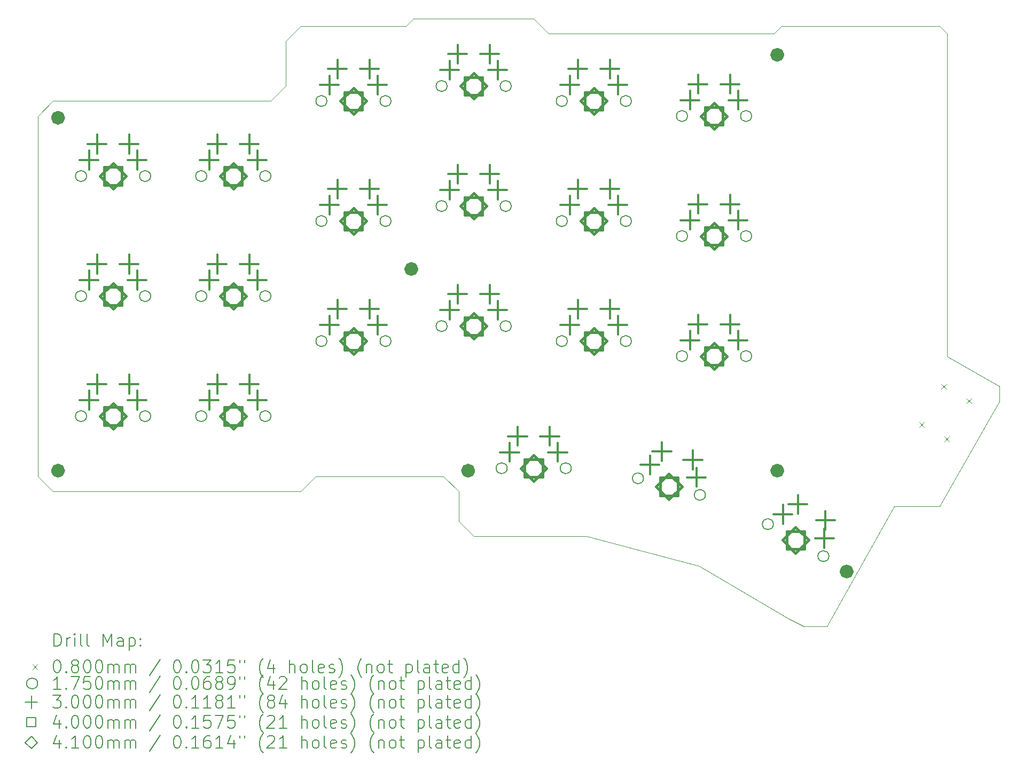
<source format=gbr>
%TF.GenerationSoftware,KiCad,Pcbnew,8.0.4*%
%TF.CreationDate,2024-09-23T05:23:03+03:00*%
%TF.ProjectId,muikku42,6d75696b-6b75-4343-922e-6b696361645f,rev?*%
%TF.SameCoordinates,Original*%
%TF.FileFunction,Drillmap*%
%TF.FilePolarity,Positive*%
%FSLAX45Y45*%
G04 Gerber Fmt 4.5, Leading zero omitted, Abs format (unit mm)*
G04 Created by KiCad (PCBNEW 8.0.4) date 2024-09-23 05:23:03*
%MOMM*%
%LPD*%
G01*
G04 APERTURE LIST*
%ADD10C,0.100000*%
%ADD11C,1.125000*%
%ADD12C,1.125001*%
%ADD13C,0.200000*%
%ADD14C,0.175000*%
%ADD15C,0.300000*%
%ADD16C,0.400000*%
%ADD17C,0.410000*%
G04 APERTURE END LIST*
D10*
X15478125Y-4762500D02*
X19050000Y-4762500D01*
X19169063Y-4643438D01*
X21669375Y-4643438D01*
X21788438Y-4762500D01*
X21788438Y-9882188D01*
X22621875Y-10358438D01*
X22621875Y-10596563D01*
X21669375Y-12263437D01*
X20955000Y-12263437D01*
X19883438Y-14168437D01*
X19526250Y-14168437D01*
X19288125Y-14049375D01*
X17859375Y-13215937D01*
X16073437Y-12739687D01*
X14287500Y-12739687D01*
X14049375Y-12501562D01*
X14049375Y-12025312D01*
X13811250Y-11787187D01*
X11787187Y-11787187D01*
X11549062Y-12025312D01*
X11310937Y-12025312D01*
X11191875Y-12025312D01*
X7620000Y-12025312D01*
X7381875Y-11787187D01*
X7381875Y-6072187D01*
X7620000Y-5834062D01*
X11072813Y-5834062D01*
X11310937Y-5595937D01*
X11310937Y-4881563D01*
X11549062Y-4643438D01*
X13215937Y-4643438D01*
X13335000Y-4524375D01*
X15240000Y-4524375D01*
X15478125Y-4762500D01*
D11*
X14256250Y-11700000D02*
G75*
G02*
X14143750Y-11700000I-56250J0D01*
G01*
X14143750Y-11700000D02*
G75*
G02*
X14256250Y-11700000I56250J0D01*
G01*
X20256250Y-13300000D02*
G75*
G02*
X20143750Y-13300000I-56250J0D01*
G01*
X20143750Y-13300000D02*
G75*
G02*
X20256250Y-13300000I56250J0D01*
G01*
X19156250Y-11700000D02*
G75*
G02*
X19043750Y-11700000I-56250J0D01*
G01*
X19043750Y-11700000D02*
G75*
G02*
X19156250Y-11700000I56250J0D01*
G01*
D12*
X7756250Y-11700000D02*
G75*
G02*
X7643750Y-11700000I-56250J0D01*
G01*
X7643750Y-11700000D02*
G75*
G02*
X7756250Y-11700000I56250J0D01*
G01*
D11*
X19156250Y-5100000D02*
G75*
G02*
X19043750Y-5100000I-56250J0D01*
G01*
X19043750Y-5100000D02*
G75*
G02*
X19156250Y-5100000I56250J0D01*
G01*
X7756250Y-6100000D02*
G75*
G02*
X7643750Y-6100000I-56250J0D01*
G01*
X7643750Y-6100000D02*
G75*
G02*
X7756250Y-6100000I56250J0D01*
G01*
X13356250Y-8500000D02*
G75*
G02*
X13243750Y-8500000I-56250J0D01*
G01*
X13243750Y-8500000D02*
G75*
G02*
X13356250Y-8500000I56250J0D01*
G01*
D13*
D10*
X21350000Y-10930000D02*
X21430000Y-11010000D01*
X21430000Y-10930000D02*
X21350000Y-11010000D01*
X21700000Y-10323782D02*
X21780000Y-10403782D01*
X21780000Y-10323782D02*
X21700000Y-10403782D01*
X21748372Y-11160000D02*
X21828372Y-11240000D01*
X21828372Y-11160000D02*
X21748372Y-11240000D01*
X22098372Y-10553782D02*
X22178372Y-10633782D01*
X22178372Y-10553782D02*
X22098372Y-10633782D01*
D14*
X8152000Y-7024687D02*
G75*
G02*
X7977000Y-7024687I-87500J0D01*
G01*
X7977000Y-7024687D02*
G75*
G02*
X8152000Y-7024687I87500J0D01*
G01*
X8152000Y-8929688D02*
G75*
G02*
X7977000Y-8929688I-87500J0D01*
G01*
X7977000Y-8929688D02*
G75*
G02*
X8152000Y-8929688I87500J0D01*
G01*
X8152000Y-10834688D02*
G75*
G02*
X7977000Y-10834688I-87500J0D01*
G01*
X7977000Y-10834688D02*
G75*
G02*
X8152000Y-10834688I87500J0D01*
G01*
X9168000Y-7024687D02*
G75*
G02*
X8993000Y-7024687I-87500J0D01*
G01*
X8993000Y-7024687D02*
G75*
G02*
X9168000Y-7024687I87500J0D01*
G01*
X9168000Y-8929688D02*
G75*
G02*
X8993000Y-8929688I-87500J0D01*
G01*
X8993000Y-8929688D02*
G75*
G02*
X9168000Y-8929688I87500J0D01*
G01*
X9168000Y-10834688D02*
G75*
G02*
X8993000Y-10834688I-87500J0D01*
G01*
X8993000Y-10834688D02*
G75*
G02*
X9168000Y-10834688I87500J0D01*
G01*
X10057000Y-7024687D02*
G75*
G02*
X9882000Y-7024687I-87500J0D01*
G01*
X9882000Y-7024687D02*
G75*
G02*
X10057000Y-7024687I87500J0D01*
G01*
X10057000Y-8929688D02*
G75*
G02*
X9882000Y-8929688I-87500J0D01*
G01*
X9882000Y-8929688D02*
G75*
G02*
X10057000Y-8929688I87500J0D01*
G01*
X10057000Y-10834688D02*
G75*
G02*
X9882000Y-10834688I-87500J0D01*
G01*
X9882000Y-10834688D02*
G75*
G02*
X10057000Y-10834688I87500J0D01*
G01*
X11073000Y-7024687D02*
G75*
G02*
X10898000Y-7024687I-87500J0D01*
G01*
X10898000Y-7024687D02*
G75*
G02*
X11073000Y-7024687I87500J0D01*
G01*
X11073000Y-8929688D02*
G75*
G02*
X10898000Y-8929688I-87500J0D01*
G01*
X10898000Y-8929688D02*
G75*
G02*
X11073000Y-8929688I87500J0D01*
G01*
X11073000Y-10834688D02*
G75*
G02*
X10898000Y-10834688I-87500J0D01*
G01*
X10898000Y-10834688D02*
G75*
G02*
X11073000Y-10834688I87500J0D01*
G01*
X11962000Y-5834062D02*
G75*
G02*
X11787000Y-5834062I-87500J0D01*
G01*
X11787000Y-5834062D02*
G75*
G02*
X11962000Y-5834062I87500J0D01*
G01*
X11962000Y-7739062D02*
G75*
G02*
X11787000Y-7739062I-87500J0D01*
G01*
X11787000Y-7739062D02*
G75*
G02*
X11962000Y-7739062I87500J0D01*
G01*
X11962000Y-9644063D02*
G75*
G02*
X11787000Y-9644063I-87500J0D01*
G01*
X11787000Y-9644063D02*
G75*
G02*
X11962000Y-9644063I87500J0D01*
G01*
X12978000Y-5834062D02*
G75*
G02*
X12803000Y-5834062I-87500J0D01*
G01*
X12803000Y-5834062D02*
G75*
G02*
X12978000Y-5834062I87500J0D01*
G01*
X12978000Y-7739062D02*
G75*
G02*
X12803000Y-7739062I-87500J0D01*
G01*
X12803000Y-7739062D02*
G75*
G02*
X12978000Y-7739062I87500J0D01*
G01*
X12978000Y-9644063D02*
G75*
G02*
X12803000Y-9644063I-87500J0D01*
G01*
X12803000Y-9644063D02*
G75*
G02*
X12978000Y-9644063I87500J0D01*
G01*
X13867000Y-5595937D02*
G75*
G02*
X13692000Y-5595937I-87500J0D01*
G01*
X13692000Y-5595937D02*
G75*
G02*
X13867000Y-5595937I87500J0D01*
G01*
X13867000Y-7500937D02*
G75*
G02*
X13692000Y-7500937I-87500J0D01*
G01*
X13692000Y-7500937D02*
G75*
G02*
X13867000Y-7500937I87500J0D01*
G01*
X13867000Y-9405938D02*
G75*
G02*
X13692000Y-9405938I-87500J0D01*
G01*
X13692000Y-9405938D02*
G75*
G02*
X13867000Y-9405938I87500J0D01*
G01*
X14819500Y-11661375D02*
G75*
G02*
X14644500Y-11661375I-87500J0D01*
G01*
X14644500Y-11661375D02*
G75*
G02*
X14819500Y-11661375I87500J0D01*
G01*
X14883000Y-5595937D02*
G75*
G02*
X14708000Y-5595937I-87500J0D01*
G01*
X14708000Y-5595937D02*
G75*
G02*
X14883000Y-5595937I87500J0D01*
G01*
X14883000Y-7500937D02*
G75*
G02*
X14708000Y-7500937I-87500J0D01*
G01*
X14708000Y-7500937D02*
G75*
G02*
X14883000Y-7500937I87500J0D01*
G01*
X14883000Y-9405938D02*
G75*
G02*
X14708000Y-9405938I-87500J0D01*
G01*
X14708000Y-9405938D02*
G75*
G02*
X14883000Y-9405938I87500J0D01*
G01*
X15772000Y-5834062D02*
G75*
G02*
X15597000Y-5834062I-87500J0D01*
G01*
X15597000Y-5834062D02*
G75*
G02*
X15772000Y-5834062I87500J0D01*
G01*
X15772000Y-7739062D02*
G75*
G02*
X15597000Y-7739062I-87500J0D01*
G01*
X15597000Y-7739062D02*
G75*
G02*
X15772000Y-7739062I87500J0D01*
G01*
X15772000Y-9644063D02*
G75*
G02*
X15597000Y-9644063I-87500J0D01*
G01*
X15597000Y-9644063D02*
G75*
G02*
X15772000Y-9644063I87500J0D01*
G01*
X15835500Y-11661375D02*
G75*
G02*
X15660500Y-11661375I-87500J0D01*
G01*
X15660500Y-11661375D02*
G75*
G02*
X15835500Y-11661375I87500J0D01*
G01*
X16788000Y-5834062D02*
G75*
G02*
X16613000Y-5834062I-87500J0D01*
G01*
X16613000Y-5834062D02*
G75*
G02*
X16788000Y-5834062I87500J0D01*
G01*
X16788000Y-7739062D02*
G75*
G02*
X16613000Y-7739062I-87500J0D01*
G01*
X16613000Y-7739062D02*
G75*
G02*
X16788000Y-7739062I87500J0D01*
G01*
X16788000Y-9644063D02*
G75*
G02*
X16613000Y-9644063I-87500J0D01*
G01*
X16613000Y-9644063D02*
G75*
G02*
X16788000Y-9644063I87500J0D01*
G01*
X16979935Y-11821332D02*
G75*
G02*
X16804935Y-11821332I-87500J0D01*
G01*
X16804935Y-11821332D02*
G75*
G02*
X16979935Y-11821332I87500J0D01*
G01*
X17677000Y-6072187D02*
G75*
G02*
X17502000Y-6072187I-87500J0D01*
G01*
X17502000Y-6072187D02*
G75*
G02*
X17677000Y-6072187I87500J0D01*
G01*
X17677000Y-7977187D02*
G75*
G02*
X17502000Y-7977187I-87500J0D01*
G01*
X17502000Y-7977187D02*
G75*
G02*
X17677000Y-7977187I87500J0D01*
G01*
X17677000Y-9882188D02*
G75*
G02*
X17502000Y-9882188I-87500J0D01*
G01*
X17502000Y-9882188D02*
G75*
G02*
X17677000Y-9882188I87500J0D01*
G01*
X17961315Y-12084293D02*
G75*
G02*
X17786315Y-12084293I-87500J0D01*
G01*
X17786315Y-12084293D02*
G75*
G02*
X17961315Y-12084293I87500J0D01*
G01*
X18693000Y-6072187D02*
G75*
G02*
X18518000Y-6072187I-87500J0D01*
G01*
X18518000Y-6072187D02*
G75*
G02*
X18693000Y-6072187I87500J0D01*
G01*
X18693000Y-7977187D02*
G75*
G02*
X18518000Y-7977187I-87500J0D01*
G01*
X18518000Y-7977187D02*
G75*
G02*
X18693000Y-7977187I87500J0D01*
G01*
X18693000Y-9882188D02*
G75*
G02*
X18518000Y-9882188I-87500J0D01*
G01*
X18518000Y-9882188D02*
G75*
G02*
X18693000Y-9882188I87500J0D01*
G01*
X19038809Y-12548812D02*
G75*
G02*
X18863809Y-12548812I-87500J0D01*
G01*
X18863809Y-12548812D02*
G75*
G02*
X19038809Y-12548812I87500J0D01*
G01*
X19918691Y-13056812D02*
G75*
G02*
X19743691Y-13056812I-87500J0D01*
G01*
X19743691Y-13056812D02*
G75*
G02*
X19918691Y-13056812I87500J0D01*
G01*
D15*
X8191500Y-6620687D02*
X8191500Y-6920687D01*
X8041500Y-6770687D02*
X8341500Y-6770687D01*
X8191500Y-8525688D02*
X8191500Y-8825688D01*
X8041500Y-8675688D02*
X8341500Y-8675688D01*
X8191500Y-10430688D02*
X8191500Y-10730688D01*
X8041500Y-10580688D02*
X8341500Y-10580688D01*
X8318500Y-6366687D02*
X8318500Y-6666687D01*
X8168500Y-6516687D02*
X8468500Y-6516687D01*
X8318500Y-8271687D02*
X8318500Y-8571688D01*
X8168500Y-8421688D02*
X8468500Y-8421688D01*
X8318500Y-10176688D02*
X8318500Y-10476688D01*
X8168500Y-10326688D02*
X8468500Y-10326688D01*
X8826500Y-6366687D02*
X8826500Y-6666687D01*
X8676500Y-6516687D02*
X8976500Y-6516687D01*
X8826500Y-8271687D02*
X8826500Y-8571688D01*
X8676500Y-8421688D02*
X8976500Y-8421688D01*
X8826500Y-10176688D02*
X8826500Y-10476688D01*
X8676500Y-10326688D02*
X8976500Y-10326688D01*
X8953500Y-6620687D02*
X8953500Y-6920687D01*
X8803500Y-6770687D02*
X9103500Y-6770687D01*
X8953500Y-8525687D02*
X8953500Y-8825687D01*
X8803500Y-8675687D02*
X9103500Y-8675687D01*
X8953500Y-10430687D02*
X8953500Y-10730687D01*
X8803500Y-10580687D02*
X9103500Y-10580687D01*
X10096500Y-6620687D02*
X10096500Y-6920687D01*
X9946500Y-6770687D02*
X10246500Y-6770687D01*
X10096500Y-8525688D02*
X10096500Y-8825688D01*
X9946500Y-8675688D02*
X10246500Y-8675688D01*
X10096500Y-10430688D02*
X10096500Y-10730688D01*
X9946500Y-10580688D02*
X10246500Y-10580688D01*
X10223500Y-6366687D02*
X10223500Y-6666687D01*
X10073500Y-6516687D02*
X10373500Y-6516687D01*
X10223500Y-8271687D02*
X10223500Y-8571688D01*
X10073500Y-8421688D02*
X10373500Y-8421688D01*
X10223500Y-10176688D02*
X10223500Y-10476688D01*
X10073500Y-10326688D02*
X10373500Y-10326688D01*
X10731500Y-6366687D02*
X10731500Y-6666687D01*
X10581500Y-6516687D02*
X10881500Y-6516687D01*
X10731500Y-8271687D02*
X10731500Y-8571688D01*
X10581500Y-8421688D02*
X10881500Y-8421688D01*
X10731500Y-10176688D02*
X10731500Y-10476688D01*
X10581500Y-10326688D02*
X10881500Y-10326688D01*
X10858500Y-6620687D02*
X10858500Y-6920687D01*
X10708500Y-6770687D02*
X11008500Y-6770687D01*
X10858500Y-8525687D02*
X10858500Y-8825687D01*
X10708500Y-8675687D02*
X11008500Y-8675687D01*
X10858500Y-10430687D02*
X10858500Y-10730687D01*
X10708500Y-10580687D02*
X11008500Y-10580687D01*
X12001500Y-5430063D02*
X12001500Y-5730062D01*
X11851500Y-5580063D02*
X12151500Y-5580063D01*
X12001500Y-7335062D02*
X12001500Y-7635062D01*
X11851500Y-7485062D02*
X12151500Y-7485062D01*
X12001500Y-9240063D02*
X12001500Y-9540063D01*
X11851500Y-9390063D02*
X12151500Y-9390063D01*
X12128500Y-5176063D02*
X12128500Y-5476063D01*
X11978500Y-5326063D02*
X12278500Y-5326063D01*
X12128500Y-7081062D02*
X12128500Y-7381062D01*
X11978500Y-7231062D02*
X12278500Y-7231062D01*
X12128500Y-8986063D02*
X12128500Y-9286063D01*
X11978500Y-9136063D02*
X12278500Y-9136063D01*
X12636500Y-5176063D02*
X12636500Y-5476063D01*
X12486500Y-5326063D02*
X12786500Y-5326063D01*
X12636500Y-7081062D02*
X12636500Y-7381062D01*
X12486500Y-7231062D02*
X12786500Y-7231062D01*
X12636500Y-8986063D02*
X12636500Y-9286063D01*
X12486500Y-9136063D02*
X12786500Y-9136063D01*
X12763500Y-5430062D02*
X12763500Y-5730062D01*
X12613500Y-5580062D02*
X12913500Y-5580062D01*
X12763500Y-7335062D02*
X12763500Y-7635062D01*
X12613500Y-7485062D02*
X12913500Y-7485062D01*
X12763500Y-9240062D02*
X12763500Y-9540062D01*
X12613500Y-9390062D02*
X12913500Y-9390062D01*
X13906500Y-5191938D02*
X13906500Y-5491938D01*
X13756500Y-5341938D02*
X14056500Y-5341938D01*
X13906500Y-7096937D02*
X13906500Y-7396937D01*
X13756500Y-7246937D02*
X14056500Y-7246937D01*
X13906500Y-9001938D02*
X13906500Y-9301938D01*
X13756500Y-9151938D02*
X14056500Y-9151938D01*
X14033500Y-4937938D02*
X14033500Y-5237938D01*
X13883500Y-5087938D02*
X14183500Y-5087938D01*
X14033500Y-6842937D02*
X14033500Y-7142937D01*
X13883500Y-6992937D02*
X14183500Y-6992937D01*
X14033500Y-8747938D02*
X14033500Y-9047938D01*
X13883500Y-8897938D02*
X14183500Y-8897938D01*
X14541500Y-4937938D02*
X14541500Y-5237938D01*
X14391500Y-5087938D02*
X14691500Y-5087938D01*
X14541500Y-6842937D02*
X14541500Y-7142937D01*
X14391500Y-6992937D02*
X14691500Y-6992937D01*
X14541500Y-8747938D02*
X14541500Y-9047938D01*
X14391500Y-8897938D02*
X14691500Y-8897938D01*
X14668500Y-5191937D02*
X14668500Y-5491937D01*
X14518500Y-5341937D02*
X14818500Y-5341937D01*
X14668500Y-7096937D02*
X14668500Y-7396937D01*
X14518500Y-7246937D02*
X14818500Y-7246937D01*
X14668500Y-9001937D02*
X14668500Y-9301937D01*
X14518500Y-9151937D02*
X14818500Y-9151937D01*
X14859000Y-11257375D02*
X14859000Y-11557375D01*
X14709000Y-11407375D02*
X15009000Y-11407375D01*
X14986000Y-11003375D02*
X14986000Y-11303375D01*
X14836000Y-11153375D02*
X15136000Y-11153375D01*
X15494000Y-11003375D02*
X15494000Y-11303375D01*
X15344000Y-11153375D02*
X15644000Y-11153375D01*
X15621000Y-11257375D02*
X15621000Y-11557375D01*
X15471000Y-11407375D02*
X15771000Y-11407375D01*
X15811500Y-5430063D02*
X15811500Y-5730062D01*
X15661500Y-5580063D02*
X15961500Y-5580063D01*
X15811500Y-7335062D02*
X15811500Y-7635062D01*
X15661500Y-7485062D02*
X15961500Y-7485062D01*
X15811500Y-9240063D02*
X15811500Y-9540063D01*
X15661500Y-9390063D02*
X15961500Y-9390063D01*
X15938500Y-5176063D02*
X15938500Y-5476063D01*
X15788500Y-5326063D02*
X16088500Y-5326063D01*
X15938500Y-7081062D02*
X15938500Y-7381062D01*
X15788500Y-7231062D02*
X16088500Y-7231062D01*
X15938500Y-8986063D02*
X15938500Y-9286063D01*
X15788500Y-9136063D02*
X16088500Y-9136063D01*
X16446500Y-5176063D02*
X16446500Y-5476063D01*
X16296500Y-5326063D02*
X16596500Y-5326063D01*
X16446500Y-7081062D02*
X16446500Y-7381062D01*
X16296500Y-7231062D02*
X16596500Y-7231062D01*
X16446500Y-8986063D02*
X16446500Y-9286063D01*
X16296500Y-9136063D02*
X16596500Y-9136063D01*
X16573500Y-5430062D02*
X16573500Y-5730062D01*
X16423500Y-5580062D02*
X16723500Y-5580062D01*
X16573500Y-7335062D02*
X16573500Y-7635062D01*
X16423500Y-7485062D02*
X16723500Y-7485062D01*
X16573500Y-9240062D02*
X16573500Y-9540062D01*
X16423500Y-9390062D02*
X16723500Y-9390062D01*
X17080847Y-11458857D02*
X17080847Y-11758857D01*
X16930847Y-11608857D02*
X17230847Y-11608857D01*
X17269260Y-11246382D02*
X17269260Y-11546382D01*
X17119260Y-11396382D02*
X17419260Y-11396382D01*
X17716500Y-5668187D02*
X17716500Y-5968187D01*
X17566500Y-5818187D02*
X17866500Y-5818187D01*
X17716500Y-7573187D02*
X17716500Y-7873187D01*
X17566500Y-7723187D02*
X17866500Y-7723187D01*
X17716500Y-9478188D02*
X17716500Y-9778188D01*
X17566500Y-9628188D02*
X17866500Y-9628188D01*
X17759950Y-11377862D02*
X17759950Y-11677862D01*
X17609950Y-11527862D02*
X17909950Y-11527862D01*
X17816883Y-11656077D02*
X17816883Y-11956077D01*
X17666883Y-11806077D02*
X17966883Y-11806077D01*
X17843500Y-5414188D02*
X17843500Y-5714187D01*
X17693500Y-5564188D02*
X17993500Y-5564188D01*
X17843500Y-7319187D02*
X17843500Y-7619187D01*
X17693500Y-7469187D02*
X17993500Y-7469187D01*
X17843500Y-9224188D02*
X17843500Y-9524188D01*
X17693500Y-9374188D02*
X17993500Y-9374188D01*
X18351500Y-5414188D02*
X18351500Y-5714187D01*
X18201500Y-5564188D02*
X18501500Y-5564188D01*
X18351500Y-7319187D02*
X18351500Y-7619187D01*
X18201500Y-7469187D02*
X18501500Y-7469187D01*
X18351500Y-9224188D02*
X18351500Y-9524188D01*
X18201500Y-9374188D02*
X18501500Y-9374188D01*
X18478500Y-5668187D02*
X18478500Y-5968187D01*
X18328500Y-5818187D02*
X18628500Y-5818187D01*
X18478500Y-7573187D02*
X18478500Y-7873187D01*
X18328500Y-7723187D02*
X18628500Y-7723187D01*
X18478500Y-9478187D02*
X18478500Y-9778187D01*
X18328500Y-9628187D02*
X18628500Y-9628187D01*
X19188294Y-12242342D02*
X19188294Y-12542342D01*
X19038294Y-12392342D02*
X19338294Y-12392342D01*
X19425280Y-12085872D02*
X19425280Y-12385872D01*
X19275280Y-12235872D02*
X19575280Y-12235872D01*
X19848206Y-12623342D02*
X19848206Y-12923342D01*
X19698206Y-12773342D02*
X19998206Y-12773342D01*
X19865221Y-12339872D02*
X19865221Y-12639872D01*
X19715221Y-12489872D02*
X20015221Y-12489872D01*
D16*
X8713923Y-7166110D02*
X8713923Y-6883265D01*
X8431077Y-6883265D01*
X8431077Y-7166110D01*
X8713923Y-7166110D01*
X8713923Y-9071110D02*
X8713923Y-8788265D01*
X8431077Y-8788265D01*
X8431077Y-9071110D01*
X8713923Y-9071110D01*
X8713923Y-10976110D02*
X8713923Y-10693265D01*
X8431077Y-10693265D01*
X8431077Y-10976110D01*
X8713923Y-10976110D01*
X10618923Y-7166110D02*
X10618923Y-6883265D01*
X10336077Y-6883265D01*
X10336077Y-7166110D01*
X10618923Y-7166110D01*
X10618923Y-9071110D02*
X10618923Y-8788265D01*
X10336077Y-8788265D01*
X10336077Y-9071110D01*
X10618923Y-9071110D01*
X10618923Y-10976110D02*
X10618923Y-10693265D01*
X10336077Y-10693265D01*
X10336077Y-10976110D01*
X10618923Y-10976110D01*
X12523923Y-5975485D02*
X12523923Y-5692640D01*
X12241077Y-5692640D01*
X12241077Y-5975485D01*
X12523923Y-5975485D01*
X12523923Y-7880485D02*
X12523923Y-7597640D01*
X12241077Y-7597640D01*
X12241077Y-7880485D01*
X12523923Y-7880485D01*
X12523923Y-9785485D02*
X12523923Y-9502640D01*
X12241077Y-9502640D01*
X12241077Y-9785485D01*
X12523923Y-9785485D01*
X14428923Y-5737360D02*
X14428923Y-5454515D01*
X14146077Y-5454515D01*
X14146077Y-5737360D01*
X14428923Y-5737360D01*
X14428923Y-7642360D02*
X14428923Y-7359515D01*
X14146077Y-7359515D01*
X14146077Y-7642360D01*
X14428923Y-7642360D01*
X14428923Y-9547360D02*
X14428923Y-9264515D01*
X14146077Y-9264515D01*
X14146077Y-9547360D01*
X14428923Y-9547360D01*
X15381423Y-11802798D02*
X15381423Y-11519952D01*
X15098577Y-11519952D01*
X15098577Y-11802798D01*
X15381423Y-11802798D01*
X16333923Y-5975485D02*
X16333923Y-5692640D01*
X16051077Y-5692640D01*
X16051077Y-5975485D01*
X16333923Y-5975485D01*
X16333923Y-7880485D02*
X16333923Y-7597640D01*
X16051077Y-7597640D01*
X16051077Y-7880485D01*
X16333923Y-7880485D01*
X16333923Y-9785485D02*
X16333923Y-9502640D01*
X16051077Y-9502640D01*
X16051077Y-9785485D01*
X16333923Y-9785485D01*
X17524548Y-12094235D02*
X17524548Y-11811390D01*
X17241702Y-11811390D01*
X17241702Y-12094235D01*
X17524548Y-12094235D01*
X18238923Y-6213610D02*
X18238923Y-5930765D01*
X17956077Y-5930765D01*
X17956077Y-6213610D01*
X18238923Y-6213610D01*
X18238923Y-8118610D02*
X18238923Y-7835765D01*
X17956077Y-7835765D01*
X17956077Y-8118610D01*
X18238923Y-8118610D01*
X18238923Y-10023610D02*
X18238923Y-9740765D01*
X17956077Y-9740765D01*
X17956077Y-10023610D01*
X18238923Y-10023610D01*
X19532673Y-12944235D02*
X19532673Y-12661390D01*
X19249827Y-12661390D01*
X19249827Y-12944235D01*
X19532673Y-12944235D01*
D17*
X8572500Y-7229687D02*
X8777500Y-7024687D01*
X8572500Y-6819687D01*
X8367500Y-7024687D01*
X8572500Y-7229687D01*
X8572500Y-9134688D02*
X8777500Y-8929688D01*
X8572500Y-8724688D01*
X8367500Y-8929688D01*
X8572500Y-9134688D01*
X8572500Y-11039688D02*
X8777500Y-10834688D01*
X8572500Y-10629688D01*
X8367500Y-10834688D01*
X8572500Y-11039688D01*
X10477500Y-7229687D02*
X10682500Y-7024687D01*
X10477500Y-6819687D01*
X10272500Y-7024687D01*
X10477500Y-7229687D01*
X10477500Y-9134688D02*
X10682500Y-8929688D01*
X10477500Y-8724688D01*
X10272500Y-8929688D01*
X10477500Y-9134688D01*
X10477500Y-11039688D02*
X10682500Y-10834688D01*
X10477500Y-10629688D01*
X10272500Y-10834688D01*
X10477500Y-11039688D01*
X12382500Y-6039062D02*
X12587500Y-5834062D01*
X12382500Y-5629062D01*
X12177500Y-5834062D01*
X12382500Y-6039062D01*
X12382500Y-7944062D02*
X12587500Y-7739062D01*
X12382500Y-7534062D01*
X12177500Y-7739062D01*
X12382500Y-7944062D01*
X12382500Y-9849063D02*
X12587500Y-9644063D01*
X12382500Y-9439063D01*
X12177500Y-9644063D01*
X12382500Y-9849063D01*
X14287500Y-5800937D02*
X14492500Y-5595937D01*
X14287500Y-5390938D01*
X14082500Y-5595937D01*
X14287500Y-5800937D01*
X14287500Y-7705937D02*
X14492500Y-7500937D01*
X14287500Y-7295937D01*
X14082500Y-7500937D01*
X14287500Y-7705937D01*
X14287500Y-9610938D02*
X14492500Y-9405938D01*
X14287500Y-9200938D01*
X14082500Y-9405938D01*
X14287500Y-9610938D01*
X15240000Y-11866375D02*
X15445000Y-11661375D01*
X15240000Y-11456375D01*
X15035000Y-11661375D01*
X15240000Y-11866375D01*
X16192500Y-6039062D02*
X16397500Y-5834062D01*
X16192500Y-5629062D01*
X15987500Y-5834062D01*
X16192500Y-6039062D01*
X16192500Y-7944062D02*
X16397500Y-7739062D01*
X16192500Y-7534062D01*
X15987500Y-7739062D01*
X16192500Y-7944062D01*
X16192500Y-9849063D02*
X16397500Y-9644063D01*
X16192500Y-9439063D01*
X15987500Y-9644063D01*
X16192500Y-9849063D01*
X17383125Y-12157812D02*
X17588125Y-11952812D01*
X17383125Y-11747812D01*
X17178125Y-11952812D01*
X17383125Y-12157812D01*
X18097500Y-6277187D02*
X18302500Y-6072187D01*
X18097500Y-5867187D01*
X17892500Y-6072187D01*
X18097500Y-6277187D01*
X18097500Y-8182187D02*
X18302500Y-7977187D01*
X18097500Y-7772187D01*
X17892500Y-7977187D01*
X18097500Y-8182187D01*
X18097500Y-10087188D02*
X18302500Y-9882188D01*
X18097500Y-9677188D01*
X17892500Y-9882188D01*
X18097500Y-10087188D01*
X19391250Y-13007812D02*
X19596250Y-12802812D01*
X19391250Y-12597812D01*
X19186250Y-12802812D01*
X19391250Y-13007812D01*
D13*
X7637652Y-14484921D02*
X7637652Y-14284921D01*
X7637652Y-14284921D02*
X7685271Y-14284921D01*
X7685271Y-14284921D02*
X7713842Y-14294445D01*
X7713842Y-14294445D02*
X7732890Y-14313493D01*
X7732890Y-14313493D02*
X7742414Y-14332540D01*
X7742414Y-14332540D02*
X7751937Y-14370635D01*
X7751937Y-14370635D02*
X7751937Y-14399207D01*
X7751937Y-14399207D02*
X7742414Y-14437302D01*
X7742414Y-14437302D02*
X7732890Y-14456350D01*
X7732890Y-14456350D02*
X7713842Y-14475397D01*
X7713842Y-14475397D02*
X7685271Y-14484921D01*
X7685271Y-14484921D02*
X7637652Y-14484921D01*
X7837652Y-14484921D02*
X7837652Y-14351588D01*
X7837652Y-14389683D02*
X7847176Y-14370635D01*
X7847176Y-14370635D02*
X7856699Y-14361112D01*
X7856699Y-14361112D02*
X7875747Y-14351588D01*
X7875747Y-14351588D02*
X7894795Y-14351588D01*
X7961461Y-14484921D02*
X7961461Y-14351588D01*
X7961461Y-14284921D02*
X7951937Y-14294445D01*
X7951937Y-14294445D02*
X7961461Y-14303969D01*
X7961461Y-14303969D02*
X7970985Y-14294445D01*
X7970985Y-14294445D02*
X7961461Y-14284921D01*
X7961461Y-14284921D02*
X7961461Y-14303969D01*
X8085271Y-14484921D02*
X8066223Y-14475397D01*
X8066223Y-14475397D02*
X8056699Y-14456350D01*
X8056699Y-14456350D02*
X8056699Y-14284921D01*
X8190033Y-14484921D02*
X8170985Y-14475397D01*
X8170985Y-14475397D02*
X8161461Y-14456350D01*
X8161461Y-14456350D02*
X8161461Y-14284921D01*
X8418604Y-14484921D02*
X8418604Y-14284921D01*
X8418604Y-14284921D02*
X8485271Y-14427778D01*
X8485271Y-14427778D02*
X8551938Y-14284921D01*
X8551938Y-14284921D02*
X8551938Y-14484921D01*
X8732890Y-14484921D02*
X8732890Y-14380159D01*
X8732890Y-14380159D02*
X8723366Y-14361112D01*
X8723366Y-14361112D02*
X8704319Y-14351588D01*
X8704319Y-14351588D02*
X8666223Y-14351588D01*
X8666223Y-14351588D02*
X8647176Y-14361112D01*
X8732890Y-14475397D02*
X8713842Y-14484921D01*
X8713842Y-14484921D02*
X8666223Y-14484921D01*
X8666223Y-14484921D02*
X8647176Y-14475397D01*
X8647176Y-14475397D02*
X8637652Y-14456350D01*
X8637652Y-14456350D02*
X8637652Y-14437302D01*
X8637652Y-14437302D02*
X8647176Y-14418255D01*
X8647176Y-14418255D02*
X8666223Y-14408731D01*
X8666223Y-14408731D02*
X8713842Y-14408731D01*
X8713842Y-14408731D02*
X8732890Y-14399207D01*
X8828128Y-14351588D02*
X8828128Y-14551588D01*
X8828128Y-14361112D02*
X8847176Y-14351588D01*
X8847176Y-14351588D02*
X8885271Y-14351588D01*
X8885271Y-14351588D02*
X8904319Y-14361112D01*
X8904319Y-14361112D02*
X8913842Y-14370635D01*
X8913842Y-14370635D02*
X8923366Y-14389683D01*
X8923366Y-14389683D02*
X8923366Y-14446826D01*
X8923366Y-14446826D02*
X8913842Y-14465874D01*
X8913842Y-14465874D02*
X8904319Y-14475397D01*
X8904319Y-14475397D02*
X8885271Y-14484921D01*
X8885271Y-14484921D02*
X8847176Y-14484921D01*
X8847176Y-14484921D02*
X8828128Y-14475397D01*
X9009080Y-14465874D02*
X9018604Y-14475397D01*
X9018604Y-14475397D02*
X9009080Y-14484921D01*
X9009080Y-14484921D02*
X8999557Y-14475397D01*
X8999557Y-14475397D02*
X9009080Y-14465874D01*
X9009080Y-14465874D02*
X9009080Y-14484921D01*
X9009080Y-14361112D02*
X9018604Y-14370635D01*
X9018604Y-14370635D02*
X9009080Y-14380159D01*
X9009080Y-14380159D02*
X8999557Y-14370635D01*
X8999557Y-14370635D02*
X9009080Y-14361112D01*
X9009080Y-14361112D02*
X9009080Y-14380159D01*
D10*
X7296875Y-14773437D02*
X7376875Y-14853437D01*
X7376875Y-14773437D02*
X7296875Y-14853437D01*
D13*
X7675747Y-14704921D02*
X7694795Y-14704921D01*
X7694795Y-14704921D02*
X7713842Y-14714445D01*
X7713842Y-14714445D02*
X7723366Y-14723969D01*
X7723366Y-14723969D02*
X7732890Y-14743016D01*
X7732890Y-14743016D02*
X7742414Y-14781112D01*
X7742414Y-14781112D02*
X7742414Y-14828731D01*
X7742414Y-14828731D02*
X7732890Y-14866826D01*
X7732890Y-14866826D02*
X7723366Y-14885874D01*
X7723366Y-14885874D02*
X7713842Y-14895397D01*
X7713842Y-14895397D02*
X7694795Y-14904921D01*
X7694795Y-14904921D02*
X7675747Y-14904921D01*
X7675747Y-14904921D02*
X7656699Y-14895397D01*
X7656699Y-14895397D02*
X7647176Y-14885874D01*
X7647176Y-14885874D02*
X7637652Y-14866826D01*
X7637652Y-14866826D02*
X7628128Y-14828731D01*
X7628128Y-14828731D02*
X7628128Y-14781112D01*
X7628128Y-14781112D02*
X7637652Y-14743016D01*
X7637652Y-14743016D02*
X7647176Y-14723969D01*
X7647176Y-14723969D02*
X7656699Y-14714445D01*
X7656699Y-14714445D02*
X7675747Y-14704921D01*
X7828128Y-14885874D02*
X7837652Y-14895397D01*
X7837652Y-14895397D02*
X7828128Y-14904921D01*
X7828128Y-14904921D02*
X7818604Y-14895397D01*
X7818604Y-14895397D02*
X7828128Y-14885874D01*
X7828128Y-14885874D02*
X7828128Y-14904921D01*
X7951937Y-14790635D02*
X7932890Y-14781112D01*
X7932890Y-14781112D02*
X7923366Y-14771588D01*
X7923366Y-14771588D02*
X7913842Y-14752540D01*
X7913842Y-14752540D02*
X7913842Y-14743016D01*
X7913842Y-14743016D02*
X7923366Y-14723969D01*
X7923366Y-14723969D02*
X7932890Y-14714445D01*
X7932890Y-14714445D02*
X7951937Y-14704921D01*
X7951937Y-14704921D02*
X7990033Y-14704921D01*
X7990033Y-14704921D02*
X8009080Y-14714445D01*
X8009080Y-14714445D02*
X8018604Y-14723969D01*
X8018604Y-14723969D02*
X8028128Y-14743016D01*
X8028128Y-14743016D02*
X8028128Y-14752540D01*
X8028128Y-14752540D02*
X8018604Y-14771588D01*
X8018604Y-14771588D02*
X8009080Y-14781112D01*
X8009080Y-14781112D02*
X7990033Y-14790635D01*
X7990033Y-14790635D02*
X7951937Y-14790635D01*
X7951937Y-14790635D02*
X7932890Y-14800159D01*
X7932890Y-14800159D02*
X7923366Y-14809683D01*
X7923366Y-14809683D02*
X7913842Y-14828731D01*
X7913842Y-14828731D02*
X7913842Y-14866826D01*
X7913842Y-14866826D02*
X7923366Y-14885874D01*
X7923366Y-14885874D02*
X7932890Y-14895397D01*
X7932890Y-14895397D02*
X7951937Y-14904921D01*
X7951937Y-14904921D02*
X7990033Y-14904921D01*
X7990033Y-14904921D02*
X8009080Y-14895397D01*
X8009080Y-14895397D02*
X8018604Y-14885874D01*
X8018604Y-14885874D02*
X8028128Y-14866826D01*
X8028128Y-14866826D02*
X8028128Y-14828731D01*
X8028128Y-14828731D02*
X8018604Y-14809683D01*
X8018604Y-14809683D02*
X8009080Y-14800159D01*
X8009080Y-14800159D02*
X7990033Y-14790635D01*
X8151937Y-14704921D02*
X8170985Y-14704921D01*
X8170985Y-14704921D02*
X8190033Y-14714445D01*
X8190033Y-14714445D02*
X8199557Y-14723969D01*
X8199557Y-14723969D02*
X8209080Y-14743016D01*
X8209080Y-14743016D02*
X8218604Y-14781112D01*
X8218604Y-14781112D02*
X8218604Y-14828731D01*
X8218604Y-14828731D02*
X8209080Y-14866826D01*
X8209080Y-14866826D02*
X8199557Y-14885874D01*
X8199557Y-14885874D02*
X8190033Y-14895397D01*
X8190033Y-14895397D02*
X8170985Y-14904921D01*
X8170985Y-14904921D02*
X8151937Y-14904921D01*
X8151937Y-14904921D02*
X8132890Y-14895397D01*
X8132890Y-14895397D02*
X8123366Y-14885874D01*
X8123366Y-14885874D02*
X8113842Y-14866826D01*
X8113842Y-14866826D02*
X8104318Y-14828731D01*
X8104318Y-14828731D02*
X8104318Y-14781112D01*
X8104318Y-14781112D02*
X8113842Y-14743016D01*
X8113842Y-14743016D02*
X8123366Y-14723969D01*
X8123366Y-14723969D02*
X8132890Y-14714445D01*
X8132890Y-14714445D02*
X8151937Y-14704921D01*
X8342414Y-14704921D02*
X8361461Y-14704921D01*
X8361461Y-14704921D02*
X8380509Y-14714445D01*
X8380509Y-14714445D02*
X8390033Y-14723969D01*
X8390033Y-14723969D02*
X8399557Y-14743016D01*
X8399557Y-14743016D02*
X8409080Y-14781112D01*
X8409080Y-14781112D02*
X8409080Y-14828731D01*
X8409080Y-14828731D02*
X8399557Y-14866826D01*
X8399557Y-14866826D02*
X8390033Y-14885874D01*
X8390033Y-14885874D02*
X8380509Y-14895397D01*
X8380509Y-14895397D02*
X8361461Y-14904921D01*
X8361461Y-14904921D02*
X8342414Y-14904921D01*
X8342414Y-14904921D02*
X8323366Y-14895397D01*
X8323366Y-14895397D02*
X8313842Y-14885874D01*
X8313842Y-14885874D02*
X8304318Y-14866826D01*
X8304318Y-14866826D02*
X8294795Y-14828731D01*
X8294795Y-14828731D02*
X8294795Y-14781112D01*
X8294795Y-14781112D02*
X8304318Y-14743016D01*
X8304318Y-14743016D02*
X8313842Y-14723969D01*
X8313842Y-14723969D02*
X8323366Y-14714445D01*
X8323366Y-14714445D02*
X8342414Y-14704921D01*
X8494795Y-14904921D02*
X8494795Y-14771588D01*
X8494795Y-14790635D02*
X8504319Y-14781112D01*
X8504319Y-14781112D02*
X8523366Y-14771588D01*
X8523366Y-14771588D02*
X8551938Y-14771588D01*
X8551938Y-14771588D02*
X8570985Y-14781112D01*
X8570985Y-14781112D02*
X8580509Y-14800159D01*
X8580509Y-14800159D02*
X8580509Y-14904921D01*
X8580509Y-14800159D02*
X8590033Y-14781112D01*
X8590033Y-14781112D02*
X8609080Y-14771588D01*
X8609080Y-14771588D02*
X8637652Y-14771588D01*
X8637652Y-14771588D02*
X8656700Y-14781112D01*
X8656700Y-14781112D02*
X8666223Y-14800159D01*
X8666223Y-14800159D02*
X8666223Y-14904921D01*
X8761461Y-14904921D02*
X8761461Y-14771588D01*
X8761461Y-14790635D02*
X8770985Y-14781112D01*
X8770985Y-14781112D02*
X8790033Y-14771588D01*
X8790033Y-14771588D02*
X8818604Y-14771588D01*
X8818604Y-14771588D02*
X8837652Y-14781112D01*
X8837652Y-14781112D02*
X8847176Y-14800159D01*
X8847176Y-14800159D02*
X8847176Y-14904921D01*
X8847176Y-14800159D02*
X8856700Y-14781112D01*
X8856700Y-14781112D02*
X8875747Y-14771588D01*
X8875747Y-14771588D02*
X8904319Y-14771588D01*
X8904319Y-14771588D02*
X8923366Y-14781112D01*
X8923366Y-14781112D02*
X8932890Y-14800159D01*
X8932890Y-14800159D02*
X8932890Y-14904921D01*
X9323366Y-14695397D02*
X9151938Y-14952540D01*
X9580509Y-14704921D02*
X9599557Y-14704921D01*
X9599557Y-14704921D02*
X9618604Y-14714445D01*
X9618604Y-14714445D02*
X9628128Y-14723969D01*
X9628128Y-14723969D02*
X9637652Y-14743016D01*
X9637652Y-14743016D02*
X9647176Y-14781112D01*
X9647176Y-14781112D02*
X9647176Y-14828731D01*
X9647176Y-14828731D02*
X9637652Y-14866826D01*
X9637652Y-14866826D02*
X9628128Y-14885874D01*
X9628128Y-14885874D02*
X9618604Y-14895397D01*
X9618604Y-14895397D02*
X9599557Y-14904921D01*
X9599557Y-14904921D02*
X9580509Y-14904921D01*
X9580509Y-14904921D02*
X9561462Y-14895397D01*
X9561462Y-14895397D02*
X9551938Y-14885874D01*
X9551938Y-14885874D02*
X9542414Y-14866826D01*
X9542414Y-14866826D02*
X9532890Y-14828731D01*
X9532890Y-14828731D02*
X9532890Y-14781112D01*
X9532890Y-14781112D02*
X9542414Y-14743016D01*
X9542414Y-14743016D02*
X9551938Y-14723969D01*
X9551938Y-14723969D02*
X9561462Y-14714445D01*
X9561462Y-14714445D02*
X9580509Y-14704921D01*
X9732890Y-14885874D02*
X9742414Y-14895397D01*
X9742414Y-14895397D02*
X9732890Y-14904921D01*
X9732890Y-14904921D02*
X9723366Y-14895397D01*
X9723366Y-14895397D02*
X9732890Y-14885874D01*
X9732890Y-14885874D02*
X9732890Y-14904921D01*
X9866223Y-14704921D02*
X9885271Y-14704921D01*
X9885271Y-14704921D02*
X9904319Y-14714445D01*
X9904319Y-14714445D02*
X9913843Y-14723969D01*
X9913843Y-14723969D02*
X9923366Y-14743016D01*
X9923366Y-14743016D02*
X9932890Y-14781112D01*
X9932890Y-14781112D02*
X9932890Y-14828731D01*
X9932890Y-14828731D02*
X9923366Y-14866826D01*
X9923366Y-14866826D02*
X9913843Y-14885874D01*
X9913843Y-14885874D02*
X9904319Y-14895397D01*
X9904319Y-14895397D02*
X9885271Y-14904921D01*
X9885271Y-14904921D02*
X9866223Y-14904921D01*
X9866223Y-14904921D02*
X9847176Y-14895397D01*
X9847176Y-14895397D02*
X9837652Y-14885874D01*
X9837652Y-14885874D02*
X9828128Y-14866826D01*
X9828128Y-14866826D02*
X9818604Y-14828731D01*
X9818604Y-14828731D02*
X9818604Y-14781112D01*
X9818604Y-14781112D02*
X9828128Y-14743016D01*
X9828128Y-14743016D02*
X9837652Y-14723969D01*
X9837652Y-14723969D02*
X9847176Y-14714445D01*
X9847176Y-14714445D02*
X9866223Y-14704921D01*
X9999557Y-14704921D02*
X10123366Y-14704921D01*
X10123366Y-14704921D02*
X10056700Y-14781112D01*
X10056700Y-14781112D02*
X10085271Y-14781112D01*
X10085271Y-14781112D02*
X10104319Y-14790635D01*
X10104319Y-14790635D02*
X10113843Y-14800159D01*
X10113843Y-14800159D02*
X10123366Y-14819207D01*
X10123366Y-14819207D02*
X10123366Y-14866826D01*
X10123366Y-14866826D02*
X10113843Y-14885874D01*
X10113843Y-14885874D02*
X10104319Y-14895397D01*
X10104319Y-14895397D02*
X10085271Y-14904921D01*
X10085271Y-14904921D02*
X10028128Y-14904921D01*
X10028128Y-14904921D02*
X10009081Y-14895397D01*
X10009081Y-14895397D02*
X9999557Y-14885874D01*
X10313843Y-14904921D02*
X10199557Y-14904921D01*
X10256700Y-14904921D02*
X10256700Y-14704921D01*
X10256700Y-14704921D02*
X10237652Y-14733493D01*
X10237652Y-14733493D02*
X10218604Y-14752540D01*
X10218604Y-14752540D02*
X10199557Y-14762064D01*
X10494795Y-14704921D02*
X10399557Y-14704921D01*
X10399557Y-14704921D02*
X10390033Y-14800159D01*
X10390033Y-14800159D02*
X10399557Y-14790635D01*
X10399557Y-14790635D02*
X10418604Y-14781112D01*
X10418604Y-14781112D02*
X10466224Y-14781112D01*
X10466224Y-14781112D02*
X10485271Y-14790635D01*
X10485271Y-14790635D02*
X10494795Y-14800159D01*
X10494795Y-14800159D02*
X10504319Y-14819207D01*
X10504319Y-14819207D02*
X10504319Y-14866826D01*
X10504319Y-14866826D02*
X10494795Y-14885874D01*
X10494795Y-14885874D02*
X10485271Y-14895397D01*
X10485271Y-14895397D02*
X10466224Y-14904921D01*
X10466224Y-14904921D02*
X10418604Y-14904921D01*
X10418604Y-14904921D02*
X10399557Y-14895397D01*
X10399557Y-14895397D02*
X10390033Y-14885874D01*
X10580509Y-14704921D02*
X10580509Y-14743016D01*
X10656700Y-14704921D02*
X10656700Y-14743016D01*
X10951938Y-14981112D02*
X10942414Y-14971588D01*
X10942414Y-14971588D02*
X10923366Y-14943016D01*
X10923366Y-14943016D02*
X10913843Y-14923969D01*
X10913843Y-14923969D02*
X10904319Y-14895397D01*
X10904319Y-14895397D02*
X10894795Y-14847778D01*
X10894795Y-14847778D02*
X10894795Y-14809683D01*
X10894795Y-14809683D02*
X10904319Y-14762064D01*
X10904319Y-14762064D02*
X10913843Y-14733493D01*
X10913843Y-14733493D02*
X10923366Y-14714445D01*
X10923366Y-14714445D02*
X10942414Y-14685874D01*
X10942414Y-14685874D02*
X10951938Y-14676350D01*
X11113843Y-14771588D02*
X11113843Y-14904921D01*
X11066224Y-14695397D02*
X11018605Y-14838255D01*
X11018605Y-14838255D02*
X11142414Y-14838255D01*
X11370985Y-14904921D02*
X11370985Y-14704921D01*
X11456700Y-14904921D02*
X11456700Y-14800159D01*
X11456700Y-14800159D02*
X11447176Y-14781112D01*
X11447176Y-14781112D02*
X11428128Y-14771588D01*
X11428128Y-14771588D02*
X11399557Y-14771588D01*
X11399557Y-14771588D02*
X11380509Y-14781112D01*
X11380509Y-14781112D02*
X11370985Y-14790635D01*
X11580509Y-14904921D02*
X11561462Y-14895397D01*
X11561462Y-14895397D02*
X11551938Y-14885874D01*
X11551938Y-14885874D02*
X11542414Y-14866826D01*
X11542414Y-14866826D02*
X11542414Y-14809683D01*
X11542414Y-14809683D02*
X11551938Y-14790635D01*
X11551938Y-14790635D02*
X11561462Y-14781112D01*
X11561462Y-14781112D02*
X11580509Y-14771588D01*
X11580509Y-14771588D02*
X11609081Y-14771588D01*
X11609081Y-14771588D02*
X11628128Y-14781112D01*
X11628128Y-14781112D02*
X11637652Y-14790635D01*
X11637652Y-14790635D02*
X11647176Y-14809683D01*
X11647176Y-14809683D02*
X11647176Y-14866826D01*
X11647176Y-14866826D02*
X11637652Y-14885874D01*
X11637652Y-14885874D02*
X11628128Y-14895397D01*
X11628128Y-14895397D02*
X11609081Y-14904921D01*
X11609081Y-14904921D02*
X11580509Y-14904921D01*
X11761462Y-14904921D02*
X11742414Y-14895397D01*
X11742414Y-14895397D02*
X11732890Y-14876350D01*
X11732890Y-14876350D02*
X11732890Y-14704921D01*
X11913843Y-14895397D02*
X11894795Y-14904921D01*
X11894795Y-14904921D02*
X11856700Y-14904921D01*
X11856700Y-14904921D02*
X11837652Y-14895397D01*
X11837652Y-14895397D02*
X11828128Y-14876350D01*
X11828128Y-14876350D02*
X11828128Y-14800159D01*
X11828128Y-14800159D02*
X11837652Y-14781112D01*
X11837652Y-14781112D02*
X11856700Y-14771588D01*
X11856700Y-14771588D02*
X11894795Y-14771588D01*
X11894795Y-14771588D02*
X11913843Y-14781112D01*
X11913843Y-14781112D02*
X11923366Y-14800159D01*
X11923366Y-14800159D02*
X11923366Y-14819207D01*
X11923366Y-14819207D02*
X11828128Y-14838255D01*
X11999557Y-14895397D02*
X12018605Y-14904921D01*
X12018605Y-14904921D02*
X12056700Y-14904921D01*
X12056700Y-14904921D02*
X12075747Y-14895397D01*
X12075747Y-14895397D02*
X12085271Y-14876350D01*
X12085271Y-14876350D02*
X12085271Y-14866826D01*
X12085271Y-14866826D02*
X12075747Y-14847778D01*
X12075747Y-14847778D02*
X12056700Y-14838255D01*
X12056700Y-14838255D02*
X12028128Y-14838255D01*
X12028128Y-14838255D02*
X12009081Y-14828731D01*
X12009081Y-14828731D02*
X11999557Y-14809683D01*
X11999557Y-14809683D02*
X11999557Y-14800159D01*
X11999557Y-14800159D02*
X12009081Y-14781112D01*
X12009081Y-14781112D02*
X12028128Y-14771588D01*
X12028128Y-14771588D02*
X12056700Y-14771588D01*
X12056700Y-14771588D02*
X12075747Y-14781112D01*
X12151938Y-14981112D02*
X12161462Y-14971588D01*
X12161462Y-14971588D02*
X12180509Y-14943016D01*
X12180509Y-14943016D02*
X12190033Y-14923969D01*
X12190033Y-14923969D02*
X12199557Y-14895397D01*
X12199557Y-14895397D02*
X12209081Y-14847778D01*
X12209081Y-14847778D02*
X12209081Y-14809683D01*
X12209081Y-14809683D02*
X12199557Y-14762064D01*
X12199557Y-14762064D02*
X12190033Y-14733493D01*
X12190033Y-14733493D02*
X12180509Y-14714445D01*
X12180509Y-14714445D02*
X12161462Y-14685874D01*
X12161462Y-14685874D02*
X12151938Y-14676350D01*
X12513843Y-14981112D02*
X12504319Y-14971588D01*
X12504319Y-14971588D02*
X12485271Y-14943016D01*
X12485271Y-14943016D02*
X12475747Y-14923969D01*
X12475747Y-14923969D02*
X12466224Y-14895397D01*
X12466224Y-14895397D02*
X12456700Y-14847778D01*
X12456700Y-14847778D02*
X12456700Y-14809683D01*
X12456700Y-14809683D02*
X12466224Y-14762064D01*
X12466224Y-14762064D02*
X12475747Y-14733493D01*
X12475747Y-14733493D02*
X12485271Y-14714445D01*
X12485271Y-14714445D02*
X12504319Y-14685874D01*
X12504319Y-14685874D02*
X12513843Y-14676350D01*
X12590033Y-14771588D02*
X12590033Y-14904921D01*
X12590033Y-14790635D02*
X12599557Y-14781112D01*
X12599557Y-14781112D02*
X12618605Y-14771588D01*
X12618605Y-14771588D02*
X12647176Y-14771588D01*
X12647176Y-14771588D02*
X12666224Y-14781112D01*
X12666224Y-14781112D02*
X12675747Y-14800159D01*
X12675747Y-14800159D02*
X12675747Y-14904921D01*
X12799557Y-14904921D02*
X12780509Y-14895397D01*
X12780509Y-14895397D02*
X12770986Y-14885874D01*
X12770986Y-14885874D02*
X12761462Y-14866826D01*
X12761462Y-14866826D02*
X12761462Y-14809683D01*
X12761462Y-14809683D02*
X12770986Y-14790635D01*
X12770986Y-14790635D02*
X12780509Y-14781112D01*
X12780509Y-14781112D02*
X12799557Y-14771588D01*
X12799557Y-14771588D02*
X12828128Y-14771588D01*
X12828128Y-14771588D02*
X12847176Y-14781112D01*
X12847176Y-14781112D02*
X12856700Y-14790635D01*
X12856700Y-14790635D02*
X12866224Y-14809683D01*
X12866224Y-14809683D02*
X12866224Y-14866826D01*
X12866224Y-14866826D02*
X12856700Y-14885874D01*
X12856700Y-14885874D02*
X12847176Y-14895397D01*
X12847176Y-14895397D02*
X12828128Y-14904921D01*
X12828128Y-14904921D02*
X12799557Y-14904921D01*
X12923367Y-14771588D02*
X12999557Y-14771588D01*
X12951938Y-14704921D02*
X12951938Y-14876350D01*
X12951938Y-14876350D02*
X12961462Y-14895397D01*
X12961462Y-14895397D02*
X12980509Y-14904921D01*
X12980509Y-14904921D02*
X12999557Y-14904921D01*
X13218605Y-14771588D02*
X13218605Y-14971588D01*
X13218605Y-14781112D02*
X13237652Y-14771588D01*
X13237652Y-14771588D02*
X13275748Y-14771588D01*
X13275748Y-14771588D02*
X13294795Y-14781112D01*
X13294795Y-14781112D02*
X13304319Y-14790635D01*
X13304319Y-14790635D02*
X13313843Y-14809683D01*
X13313843Y-14809683D02*
X13313843Y-14866826D01*
X13313843Y-14866826D02*
X13304319Y-14885874D01*
X13304319Y-14885874D02*
X13294795Y-14895397D01*
X13294795Y-14895397D02*
X13275748Y-14904921D01*
X13275748Y-14904921D02*
X13237652Y-14904921D01*
X13237652Y-14904921D02*
X13218605Y-14895397D01*
X13428128Y-14904921D02*
X13409081Y-14895397D01*
X13409081Y-14895397D02*
X13399557Y-14876350D01*
X13399557Y-14876350D02*
X13399557Y-14704921D01*
X13590033Y-14904921D02*
X13590033Y-14800159D01*
X13590033Y-14800159D02*
X13580509Y-14781112D01*
X13580509Y-14781112D02*
X13561462Y-14771588D01*
X13561462Y-14771588D02*
X13523367Y-14771588D01*
X13523367Y-14771588D02*
X13504319Y-14781112D01*
X13590033Y-14895397D02*
X13570986Y-14904921D01*
X13570986Y-14904921D02*
X13523367Y-14904921D01*
X13523367Y-14904921D02*
X13504319Y-14895397D01*
X13504319Y-14895397D02*
X13494795Y-14876350D01*
X13494795Y-14876350D02*
X13494795Y-14857302D01*
X13494795Y-14857302D02*
X13504319Y-14838255D01*
X13504319Y-14838255D02*
X13523367Y-14828731D01*
X13523367Y-14828731D02*
X13570986Y-14828731D01*
X13570986Y-14828731D02*
X13590033Y-14819207D01*
X13656700Y-14771588D02*
X13732890Y-14771588D01*
X13685271Y-14704921D02*
X13685271Y-14876350D01*
X13685271Y-14876350D02*
X13694795Y-14895397D01*
X13694795Y-14895397D02*
X13713843Y-14904921D01*
X13713843Y-14904921D02*
X13732890Y-14904921D01*
X13875748Y-14895397D02*
X13856700Y-14904921D01*
X13856700Y-14904921D02*
X13818605Y-14904921D01*
X13818605Y-14904921D02*
X13799557Y-14895397D01*
X13799557Y-14895397D02*
X13790033Y-14876350D01*
X13790033Y-14876350D02*
X13790033Y-14800159D01*
X13790033Y-14800159D02*
X13799557Y-14781112D01*
X13799557Y-14781112D02*
X13818605Y-14771588D01*
X13818605Y-14771588D02*
X13856700Y-14771588D01*
X13856700Y-14771588D02*
X13875748Y-14781112D01*
X13875748Y-14781112D02*
X13885271Y-14800159D01*
X13885271Y-14800159D02*
X13885271Y-14819207D01*
X13885271Y-14819207D02*
X13790033Y-14838255D01*
X14056700Y-14904921D02*
X14056700Y-14704921D01*
X14056700Y-14895397D02*
X14037652Y-14904921D01*
X14037652Y-14904921D02*
X13999557Y-14904921D01*
X13999557Y-14904921D02*
X13980509Y-14895397D01*
X13980509Y-14895397D02*
X13970986Y-14885874D01*
X13970986Y-14885874D02*
X13961462Y-14866826D01*
X13961462Y-14866826D02*
X13961462Y-14809683D01*
X13961462Y-14809683D02*
X13970986Y-14790635D01*
X13970986Y-14790635D02*
X13980509Y-14781112D01*
X13980509Y-14781112D02*
X13999557Y-14771588D01*
X13999557Y-14771588D02*
X14037652Y-14771588D01*
X14037652Y-14771588D02*
X14056700Y-14781112D01*
X14132890Y-14981112D02*
X14142414Y-14971588D01*
X14142414Y-14971588D02*
X14161462Y-14943016D01*
X14161462Y-14943016D02*
X14170986Y-14923969D01*
X14170986Y-14923969D02*
X14180509Y-14895397D01*
X14180509Y-14895397D02*
X14190033Y-14847778D01*
X14190033Y-14847778D02*
X14190033Y-14809683D01*
X14190033Y-14809683D02*
X14180509Y-14762064D01*
X14180509Y-14762064D02*
X14170986Y-14733493D01*
X14170986Y-14733493D02*
X14161462Y-14714445D01*
X14161462Y-14714445D02*
X14142414Y-14685874D01*
X14142414Y-14685874D02*
X14132890Y-14676350D01*
D14*
X7376875Y-15077437D02*
G75*
G02*
X7201875Y-15077437I-87500J0D01*
G01*
X7201875Y-15077437D02*
G75*
G02*
X7376875Y-15077437I87500J0D01*
G01*
D13*
X7742414Y-15168921D02*
X7628128Y-15168921D01*
X7685271Y-15168921D02*
X7685271Y-14968921D01*
X7685271Y-14968921D02*
X7666223Y-14997493D01*
X7666223Y-14997493D02*
X7647176Y-15016540D01*
X7647176Y-15016540D02*
X7628128Y-15026064D01*
X7828128Y-15149874D02*
X7837652Y-15159397D01*
X7837652Y-15159397D02*
X7828128Y-15168921D01*
X7828128Y-15168921D02*
X7818604Y-15159397D01*
X7818604Y-15159397D02*
X7828128Y-15149874D01*
X7828128Y-15149874D02*
X7828128Y-15168921D01*
X7904318Y-14968921D02*
X8037652Y-14968921D01*
X8037652Y-14968921D02*
X7951937Y-15168921D01*
X8209080Y-14968921D02*
X8113842Y-14968921D01*
X8113842Y-14968921D02*
X8104318Y-15064159D01*
X8104318Y-15064159D02*
X8113842Y-15054635D01*
X8113842Y-15054635D02*
X8132890Y-15045112D01*
X8132890Y-15045112D02*
X8180509Y-15045112D01*
X8180509Y-15045112D02*
X8199557Y-15054635D01*
X8199557Y-15054635D02*
X8209080Y-15064159D01*
X8209080Y-15064159D02*
X8218604Y-15083207D01*
X8218604Y-15083207D02*
X8218604Y-15130826D01*
X8218604Y-15130826D02*
X8209080Y-15149874D01*
X8209080Y-15149874D02*
X8199557Y-15159397D01*
X8199557Y-15159397D02*
X8180509Y-15168921D01*
X8180509Y-15168921D02*
X8132890Y-15168921D01*
X8132890Y-15168921D02*
X8113842Y-15159397D01*
X8113842Y-15159397D02*
X8104318Y-15149874D01*
X8342414Y-14968921D02*
X8361461Y-14968921D01*
X8361461Y-14968921D02*
X8380509Y-14978445D01*
X8380509Y-14978445D02*
X8390033Y-14987969D01*
X8390033Y-14987969D02*
X8399557Y-15007016D01*
X8399557Y-15007016D02*
X8409080Y-15045112D01*
X8409080Y-15045112D02*
X8409080Y-15092731D01*
X8409080Y-15092731D02*
X8399557Y-15130826D01*
X8399557Y-15130826D02*
X8390033Y-15149874D01*
X8390033Y-15149874D02*
X8380509Y-15159397D01*
X8380509Y-15159397D02*
X8361461Y-15168921D01*
X8361461Y-15168921D02*
X8342414Y-15168921D01*
X8342414Y-15168921D02*
X8323366Y-15159397D01*
X8323366Y-15159397D02*
X8313842Y-15149874D01*
X8313842Y-15149874D02*
X8304318Y-15130826D01*
X8304318Y-15130826D02*
X8294795Y-15092731D01*
X8294795Y-15092731D02*
X8294795Y-15045112D01*
X8294795Y-15045112D02*
X8304318Y-15007016D01*
X8304318Y-15007016D02*
X8313842Y-14987969D01*
X8313842Y-14987969D02*
X8323366Y-14978445D01*
X8323366Y-14978445D02*
X8342414Y-14968921D01*
X8494795Y-15168921D02*
X8494795Y-15035588D01*
X8494795Y-15054635D02*
X8504319Y-15045112D01*
X8504319Y-15045112D02*
X8523366Y-15035588D01*
X8523366Y-15035588D02*
X8551938Y-15035588D01*
X8551938Y-15035588D02*
X8570985Y-15045112D01*
X8570985Y-15045112D02*
X8580509Y-15064159D01*
X8580509Y-15064159D02*
X8580509Y-15168921D01*
X8580509Y-15064159D02*
X8590033Y-15045112D01*
X8590033Y-15045112D02*
X8609080Y-15035588D01*
X8609080Y-15035588D02*
X8637652Y-15035588D01*
X8637652Y-15035588D02*
X8656700Y-15045112D01*
X8656700Y-15045112D02*
X8666223Y-15064159D01*
X8666223Y-15064159D02*
X8666223Y-15168921D01*
X8761461Y-15168921D02*
X8761461Y-15035588D01*
X8761461Y-15054635D02*
X8770985Y-15045112D01*
X8770985Y-15045112D02*
X8790033Y-15035588D01*
X8790033Y-15035588D02*
X8818604Y-15035588D01*
X8818604Y-15035588D02*
X8837652Y-15045112D01*
X8837652Y-15045112D02*
X8847176Y-15064159D01*
X8847176Y-15064159D02*
X8847176Y-15168921D01*
X8847176Y-15064159D02*
X8856700Y-15045112D01*
X8856700Y-15045112D02*
X8875747Y-15035588D01*
X8875747Y-15035588D02*
X8904319Y-15035588D01*
X8904319Y-15035588D02*
X8923366Y-15045112D01*
X8923366Y-15045112D02*
X8932890Y-15064159D01*
X8932890Y-15064159D02*
X8932890Y-15168921D01*
X9323366Y-14959397D02*
X9151938Y-15216540D01*
X9580509Y-14968921D02*
X9599557Y-14968921D01*
X9599557Y-14968921D02*
X9618604Y-14978445D01*
X9618604Y-14978445D02*
X9628128Y-14987969D01*
X9628128Y-14987969D02*
X9637652Y-15007016D01*
X9637652Y-15007016D02*
X9647176Y-15045112D01*
X9647176Y-15045112D02*
X9647176Y-15092731D01*
X9647176Y-15092731D02*
X9637652Y-15130826D01*
X9637652Y-15130826D02*
X9628128Y-15149874D01*
X9628128Y-15149874D02*
X9618604Y-15159397D01*
X9618604Y-15159397D02*
X9599557Y-15168921D01*
X9599557Y-15168921D02*
X9580509Y-15168921D01*
X9580509Y-15168921D02*
X9561462Y-15159397D01*
X9561462Y-15159397D02*
X9551938Y-15149874D01*
X9551938Y-15149874D02*
X9542414Y-15130826D01*
X9542414Y-15130826D02*
X9532890Y-15092731D01*
X9532890Y-15092731D02*
X9532890Y-15045112D01*
X9532890Y-15045112D02*
X9542414Y-15007016D01*
X9542414Y-15007016D02*
X9551938Y-14987969D01*
X9551938Y-14987969D02*
X9561462Y-14978445D01*
X9561462Y-14978445D02*
X9580509Y-14968921D01*
X9732890Y-15149874D02*
X9742414Y-15159397D01*
X9742414Y-15159397D02*
X9732890Y-15168921D01*
X9732890Y-15168921D02*
X9723366Y-15159397D01*
X9723366Y-15159397D02*
X9732890Y-15149874D01*
X9732890Y-15149874D02*
X9732890Y-15168921D01*
X9866223Y-14968921D02*
X9885271Y-14968921D01*
X9885271Y-14968921D02*
X9904319Y-14978445D01*
X9904319Y-14978445D02*
X9913843Y-14987969D01*
X9913843Y-14987969D02*
X9923366Y-15007016D01*
X9923366Y-15007016D02*
X9932890Y-15045112D01*
X9932890Y-15045112D02*
X9932890Y-15092731D01*
X9932890Y-15092731D02*
X9923366Y-15130826D01*
X9923366Y-15130826D02*
X9913843Y-15149874D01*
X9913843Y-15149874D02*
X9904319Y-15159397D01*
X9904319Y-15159397D02*
X9885271Y-15168921D01*
X9885271Y-15168921D02*
X9866223Y-15168921D01*
X9866223Y-15168921D02*
X9847176Y-15159397D01*
X9847176Y-15159397D02*
X9837652Y-15149874D01*
X9837652Y-15149874D02*
X9828128Y-15130826D01*
X9828128Y-15130826D02*
X9818604Y-15092731D01*
X9818604Y-15092731D02*
X9818604Y-15045112D01*
X9818604Y-15045112D02*
X9828128Y-15007016D01*
X9828128Y-15007016D02*
X9837652Y-14987969D01*
X9837652Y-14987969D02*
X9847176Y-14978445D01*
X9847176Y-14978445D02*
X9866223Y-14968921D01*
X10104319Y-14968921D02*
X10066223Y-14968921D01*
X10066223Y-14968921D02*
X10047176Y-14978445D01*
X10047176Y-14978445D02*
X10037652Y-14987969D01*
X10037652Y-14987969D02*
X10018604Y-15016540D01*
X10018604Y-15016540D02*
X10009081Y-15054635D01*
X10009081Y-15054635D02*
X10009081Y-15130826D01*
X10009081Y-15130826D02*
X10018604Y-15149874D01*
X10018604Y-15149874D02*
X10028128Y-15159397D01*
X10028128Y-15159397D02*
X10047176Y-15168921D01*
X10047176Y-15168921D02*
X10085271Y-15168921D01*
X10085271Y-15168921D02*
X10104319Y-15159397D01*
X10104319Y-15159397D02*
X10113843Y-15149874D01*
X10113843Y-15149874D02*
X10123366Y-15130826D01*
X10123366Y-15130826D02*
X10123366Y-15083207D01*
X10123366Y-15083207D02*
X10113843Y-15064159D01*
X10113843Y-15064159D02*
X10104319Y-15054635D01*
X10104319Y-15054635D02*
X10085271Y-15045112D01*
X10085271Y-15045112D02*
X10047176Y-15045112D01*
X10047176Y-15045112D02*
X10028128Y-15054635D01*
X10028128Y-15054635D02*
X10018604Y-15064159D01*
X10018604Y-15064159D02*
X10009081Y-15083207D01*
X10237652Y-15054635D02*
X10218604Y-15045112D01*
X10218604Y-15045112D02*
X10209081Y-15035588D01*
X10209081Y-15035588D02*
X10199557Y-15016540D01*
X10199557Y-15016540D02*
X10199557Y-15007016D01*
X10199557Y-15007016D02*
X10209081Y-14987969D01*
X10209081Y-14987969D02*
X10218604Y-14978445D01*
X10218604Y-14978445D02*
X10237652Y-14968921D01*
X10237652Y-14968921D02*
X10275747Y-14968921D01*
X10275747Y-14968921D02*
X10294795Y-14978445D01*
X10294795Y-14978445D02*
X10304319Y-14987969D01*
X10304319Y-14987969D02*
X10313843Y-15007016D01*
X10313843Y-15007016D02*
X10313843Y-15016540D01*
X10313843Y-15016540D02*
X10304319Y-15035588D01*
X10304319Y-15035588D02*
X10294795Y-15045112D01*
X10294795Y-15045112D02*
X10275747Y-15054635D01*
X10275747Y-15054635D02*
X10237652Y-15054635D01*
X10237652Y-15054635D02*
X10218604Y-15064159D01*
X10218604Y-15064159D02*
X10209081Y-15073683D01*
X10209081Y-15073683D02*
X10199557Y-15092731D01*
X10199557Y-15092731D02*
X10199557Y-15130826D01*
X10199557Y-15130826D02*
X10209081Y-15149874D01*
X10209081Y-15149874D02*
X10218604Y-15159397D01*
X10218604Y-15159397D02*
X10237652Y-15168921D01*
X10237652Y-15168921D02*
X10275747Y-15168921D01*
X10275747Y-15168921D02*
X10294795Y-15159397D01*
X10294795Y-15159397D02*
X10304319Y-15149874D01*
X10304319Y-15149874D02*
X10313843Y-15130826D01*
X10313843Y-15130826D02*
X10313843Y-15092731D01*
X10313843Y-15092731D02*
X10304319Y-15073683D01*
X10304319Y-15073683D02*
X10294795Y-15064159D01*
X10294795Y-15064159D02*
X10275747Y-15054635D01*
X10409081Y-15168921D02*
X10447176Y-15168921D01*
X10447176Y-15168921D02*
X10466224Y-15159397D01*
X10466224Y-15159397D02*
X10475747Y-15149874D01*
X10475747Y-15149874D02*
X10494795Y-15121302D01*
X10494795Y-15121302D02*
X10504319Y-15083207D01*
X10504319Y-15083207D02*
X10504319Y-15007016D01*
X10504319Y-15007016D02*
X10494795Y-14987969D01*
X10494795Y-14987969D02*
X10485271Y-14978445D01*
X10485271Y-14978445D02*
X10466224Y-14968921D01*
X10466224Y-14968921D02*
X10428128Y-14968921D01*
X10428128Y-14968921D02*
X10409081Y-14978445D01*
X10409081Y-14978445D02*
X10399557Y-14987969D01*
X10399557Y-14987969D02*
X10390033Y-15007016D01*
X10390033Y-15007016D02*
X10390033Y-15054635D01*
X10390033Y-15054635D02*
X10399557Y-15073683D01*
X10399557Y-15073683D02*
X10409081Y-15083207D01*
X10409081Y-15083207D02*
X10428128Y-15092731D01*
X10428128Y-15092731D02*
X10466224Y-15092731D01*
X10466224Y-15092731D02*
X10485271Y-15083207D01*
X10485271Y-15083207D02*
X10494795Y-15073683D01*
X10494795Y-15073683D02*
X10504319Y-15054635D01*
X10580509Y-14968921D02*
X10580509Y-15007016D01*
X10656700Y-14968921D02*
X10656700Y-15007016D01*
X10951938Y-15245112D02*
X10942414Y-15235588D01*
X10942414Y-15235588D02*
X10923366Y-15207016D01*
X10923366Y-15207016D02*
X10913843Y-15187969D01*
X10913843Y-15187969D02*
X10904319Y-15159397D01*
X10904319Y-15159397D02*
X10894795Y-15111778D01*
X10894795Y-15111778D02*
X10894795Y-15073683D01*
X10894795Y-15073683D02*
X10904319Y-15026064D01*
X10904319Y-15026064D02*
X10913843Y-14997493D01*
X10913843Y-14997493D02*
X10923366Y-14978445D01*
X10923366Y-14978445D02*
X10942414Y-14949874D01*
X10942414Y-14949874D02*
X10951938Y-14940350D01*
X11113843Y-15035588D02*
X11113843Y-15168921D01*
X11066224Y-14959397D02*
X11018605Y-15102255D01*
X11018605Y-15102255D02*
X11142414Y-15102255D01*
X11209081Y-14987969D02*
X11218604Y-14978445D01*
X11218604Y-14978445D02*
X11237652Y-14968921D01*
X11237652Y-14968921D02*
X11285271Y-14968921D01*
X11285271Y-14968921D02*
X11304319Y-14978445D01*
X11304319Y-14978445D02*
X11313843Y-14987969D01*
X11313843Y-14987969D02*
X11323366Y-15007016D01*
X11323366Y-15007016D02*
X11323366Y-15026064D01*
X11323366Y-15026064D02*
X11313843Y-15054635D01*
X11313843Y-15054635D02*
X11199557Y-15168921D01*
X11199557Y-15168921D02*
X11323366Y-15168921D01*
X11561462Y-15168921D02*
X11561462Y-14968921D01*
X11647176Y-15168921D02*
X11647176Y-15064159D01*
X11647176Y-15064159D02*
X11637652Y-15045112D01*
X11637652Y-15045112D02*
X11618605Y-15035588D01*
X11618605Y-15035588D02*
X11590033Y-15035588D01*
X11590033Y-15035588D02*
X11570985Y-15045112D01*
X11570985Y-15045112D02*
X11561462Y-15054635D01*
X11770985Y-15168921D02*
X11751938Y-15159397D01*
X11751938Y-15159397D02*
X11742414Y-15149874D01*
X11742414Y-15149874D02*
X11732890Y-15130826D01*
X11732890Y-15130826D02*
X11732890Y-15073683D01*
X11732890Y-15073683D02*
X11742414Y-15054635D01*
X11742414Y-15054635D02*
X11751938Y-15045112D01*
X11751938Y-15045112D02*
X11770985Y-15035588D01*
X11770985Y-15035588D02*
X11799557Y-15035588D01*
X11799557Y-15035588D02*
X11818605Y-15045112D01*
X11818605Y-15045112D02*
X11828128Y-15054635D01*
X11828128Y-15054635D02*
X11837652Y-15073683D01*
X11837652Y-15073683D02*
X11837652Y-15130826D01*
X11837652Y-15130826D02*
X11828128Y-15149874D01*
X11828128Y-15149874D02*
X11818605Y-15159397D01*
X11818605Y-15159397D02*
X11799557Y-15168921D01*
X11799557Y-15168921D02*
X11770985Y-15168921D01*
X11951938Y-15168921D02*
X11932890Y-15159397D01*
X11932890Y-15159397D02*
X11923366Y-15140350D01*
X11923366Y-15140350D02*
X11923366Y-14968921D01*
X12104319Y-15159397D02*
X12085271Y-15168921D01*
X12085271Y-15168921D02*
X12047176Y-15168921D01*
X12047176Y-15168921D02*
X12028128Y-15159397D01*
X12028128Y-15159397D02*
X12018605Y-15140350D01*
X12018605Y-15140350D02*
X12018605Y-15064159D01*
X12018605Y-15064159D02*
X12028128Y-15045112D01*
X12028128Y-15045112D02*
X12047176Y-15035588D01*
X12047176Y-15035588D02*
X12085271Y-15035588D01*
X12085271Y-15035588D02*
X12104319Y-15045112D01*
X12104319Y-15045112D02*
X12113843Y-15064159D01*
X12113843Y-15064159D02*
X12113843Y-15083207D01*
X12113843Y-15083207D02*
X12018605Y-15102255D01*
X12190033Y-15159397D02*
X12209081Y-15168921D01*
X12209081Y-15168921D02*
X12247176Y-15168921D01*
X12247176Y-15168921D02*
X12266224Y-15159397D01*
X12266224Y-15159397D02*
X12275747Y-15140350D01*
X12275747Y-15140350D02*
X12275747Y-15130826D01*
X12275747Y-15130826D02*
X12266224Y-15111778D01*
X12266224Y-15111778D02*
X12247176Y-15102255D01*
X12247176Y-15102255D02*
X12218605Y-15102255D01*
X12218605Y-15102255D02*
X12199557Y-15092731D01*
X12199557Y-15092731D02*
X12190033Y-15073683D01*
X12190033Y-15073683D02*
X12190033Y-15064159D01*
X12190033Y-15064159D02*
X12199557Y-15045112D01*
X12199557Y-15045112D02*
X12218605Y-15035588D01*
X12218605Y-15035588D02*
X12247176Y-15035588D01*
X12247176Y-15035588D02*
X12266224Y-15045112D01*
X12342414Y-15245112D02*
X12351938Y-15235588D01*
X12351938Y-15235588D02*
X12370986Y-15207016D01*
X12370986Y-15207016D02*
X12380509Y-15187969D01*
X12380509Y-15187969D02*
X12390033Y-15159397D01*
X12390033Y-15159397D02*
X12399557Y-15111778D01*
X12399557Y-15111778D02*
X12399557Y-15073683D01*
X12399557Y-15073683D02*
X12390033Y-15026064D01*
X12390033Y-15026064D02*
X12380509Y-14997493D01*
X12380509Y-14997493D02*
X12370986Y-14978445D01*
X12370986Y-14978445D02*
X12351938Y-14949874D01*
X12351938Y-14949874D02*
X12342414Y-14940350D01*
X12704319Y-15245112D02*
X12694795Y-15235588D01*
X12694795Y-15235588D02*
X12675747Y-15207016D01*
X12675747Y-15207016D02*
X12666224Y-15187969D01*
X12666224Y-15187969D02*
X12656700Y-15159397D01*
X12656700Y-15159397D02*
X12647176Y-15111778D01*
X12647176Y-15111778D02*
X12647176Y-15073683D01*
X12647176Y-15073683D02*
X12656700Y-15026064D01*
X12656700Y-15026064D02*
X12666224Y-14997493D01*
X12666224Y-14997493D02*
X12675747Y-14978445D01*
X12675747Y-14978445D02*
X12694795Y-14949874D01*
X12694795Y-14949874D02*
X12704319Y-14940350D01*
X12780509Y-15035588D02*
X12780509Y-15168921D01*
X12780509Y-15054635D02*
X12790033Y-15045112D01*
X12790033Y-15045112D02*
X12809081Y-15035588D01*
X12809081Y-15035588D02*
X12837652Y-15035588D01*
X12837652Y-15035588D02*
X12856700Y-15045112D01*
X12856700Y-15045112D02*
X12866224Y-15064159D01*
X12866224Y-15064159D02*
X12866224Y-15168921D01*
X12990033Y-15168921D02*
X12970986Y-15159397D01*
X12970986Y-15159397D02*
X12961462Y-15149874D01*
X12961462Y-15149874D02*
X12951938Y-15130826D01*
X12951938Y-15130826D02*
X12951938Y-15073683D01*
X12951938Y-15073683D02*
X12961462Y-15054635D01*
X12961462Y-15054635D02*
X12970986Y-15045112D01*
X12970986Y-15045112D02*
X12990033Y-15035588D01*
X12990033Y-15035588D02*
X13018605Y-15035588D01*
X13018605Y-15035588D02*
X13037652Y-15045112D01*
X13037652Y-15045112D02*
X13047176Y-15054635D01*
X13047176Y-15054635D02*
X13056700Y-15073683D01*
X13056700Y-15073683D02*
X13056700Y-15130826D01*
X13056700Y-15130826D02*
X13047176Y-15149874D01*
X13047176Y-15149874D02*
X13037652Y-15159397D01*
X13037652Y-15159397D02*
X13018605Y-15168921D01*
X13018605Y-15168921D02*
X12990033Y-15168921D01*
X13113843Y-15035588D02*
X13190033Y-15035588D01*
X13142414Y-14968921D02*
X13142414Y-15140350D01*
X13142414Y-15140350D02*
X13151938Y-15159397D01*
X13151938Y-15159397D02*
X13170986Y-15168921D01*
X13170986Y-15168921D02*
X13190033Y-15168921D01*
X13409081Y-15035588D02*
X13409081Y-15235588D01*
X13409081Y-15045112D02*
X13428128Y-15035588D01*
X13428128Y-15035588D02*
X13466224Y-15035588D01*
X13466224Y-15035588D02*
X13485271Y-15045112D01*
X13485271Y-15045112D02*
X13494795Y-15054635D01*
X13494795Y-15054635D02*
X13504319Y-15073683D01*
X13504319Y-15073683D02*
X13504319Y-15130826D01*
X13504319Y-15130826D02*
X13494795Y-15149874D01*
X13494795Y-15149874D02*
X13485271Y-15159397D01*
X13485271Y-15159397D02*
X13466224Y-15168921D01*
X13466224Y-15168921D02*
X13428128Y-15168921D01*
X13428128Y-15168921D02*
X13409081Y-15159397D01*
X13618605Y-15168921D02*
X13599557Y-15159397D01*
X13599557Y-15159397D02*
X13590033Y-15140350D01*
X13590033Y-15140350D02*
X13590033Y-14968921D01*
X13780509Y-15168921D02*
X13780509Y-15064159D01*
X13780509Y-15064159D02*
X13770986Y-15045112D01*
X13770986Y-15045112D02*
X13751938Y-15035588D01*
X13751938Y-15035588D02*
X13713843Y-15035588D01*
X13713843Y-15035588D02*
X13694795Y-15045112D01*
X13780509Y-15159397D02*
X13761462Y-15168921D01*
X13761462Y-15168921D02*
X13713843Y-15168921D01*
X13713843Y-15168921D02*
X13694795Y-15159397D01*
X13694795Y-15159397D02*
X13685271Y-15140350D01*
X13685271Y-15140350D02*
X13685271Y-15121302D01*
X13685271Y-15121302D02*
X13694795Y-15102255D01*
X13694795Y-15102255D02*
X13713843Y-15092731D01*
X13713843Y-15092731D02*
X13761462Y-15092731D01*
X13761462Y-15092731D02*
X13780509Y-15083207D01*
X13847176Y-15035588D02*
X13923367Y-15035588D01*
X13875748Y-14968921D02*
X13875748Y-15140350D01*
X13875748Y-15140350D02*
X13885271Y-15159397D01*
X13885271Y-15159397D02*
X13904319Y-15168921D01*
X13904319Y-15168921D02*
X13923367Y-15168921D01*
X14066224Y-15159397D02*
X14047176Y-15168921D01*
X14047176Y-15168921D02*
X14009081Y-15168921D01*
X14009081Y-15168921D02*
X13990033Y-15159397D01*
X13990033Y-15159397D02*
X13980509Y-15140350D01*
X13980509Y-15140350D02*
X13980509Y-15064159D01*
X13980509Y-15064159D02*
X13990033Y-15045112D01*
X13990033Y-15045112D02*
X14009081Y-15035588D01*
X14009081Y-15035588D02*
X14047176Y-15035588D01*
X14047176Y-15035588D02*
X14066224Y-15045112D01*
X14066224Y-15045112D02*
X14075748Y-15064159D01*
X14075748Y-15064159D02*
X14075748Y-15083207D01*
X14075748Y-15083207D02*
X13980509Y-15102255D01*
X14247176Y-15168921D02*
X14247176Y-14968921D01*
X14247176Y-15159397D02*
X14228129Y-15168921D01*
X14228129Y-15168921D02*
X14190033Y-15168921D01*
X14190033Y-15168921D02*
X14170986Y-15159397D01*
X14170986Y-15159397D02*
X14161462Y-15149874D01*
X14161462Y-15149874D02*
X14151938Y-15130826D01*
X14151938Y-15130826D02*
X14151938Y-15073683D01*
X14151938Y-15073683D02*
X14161462Y-15054635D01*
X14161462Y-15054635D02*
X14170986Y-15045112D01*
X14170986Y-15045112D02*
X14190033Y-15035588D01*
X14190033Y-15035588D02*
X14228129Y-15035588D01*
X14228129Y-15035588D02*
X14247176Y-15045112D01*
X14323367Y-15245112D02*
X14332890Y-15235588D01*
X14332890Y-15235588D02*
X14351938Y-15207016D01*
X14351938Y-15207016D02*
X14361462Y-15187969D01*
X14361462Y-15187969D02*
X14370986Y-15159397D01*
X14370986Y-15159397D02*
X14380509Y-15111778D01*
X14380509Y-15111778D02*
X14380509Y-15073683D01*
X14380509Y-15073683D02*
X14370986Y-15026064D01*
X14370986Y-15026064D02*
X14361462Y-14997493D01*
X14361462Y-14997493D02*
X14351938Y-14978445D01*
X14351938Y-14978445D02*
X14332890Y-14949874D01*
X14332890Y-14949874D02*
X14323367Y-14940350D01*
X7276875Y-15272437D02*
X7276875Y-15472437D01*
X7176875Y-15372437D02*
X7376875Y-15372437D01*
X7618604Y-15263921D02*
X7742414Y-15263921D01*
X7742414Y-15263921D02*
X7675747Y-15340112D01*
X7675747Y-15340112D02*
X7704318Y-15340112D01*
X7704318Y-15340112D02*
X7723366Y-15349635D01*
X7723366Y-15349635D02*
X7732890Y-15359159D01*
X7732890Y-15359159D02*
X7742414Y-15378207D01*
X7742414Y-15378207D02*
X7742414Y-15425826D01*
X7742414Y-15425826D02*
X7732890Y-15444874D01*
X7732890Y-15444874D02*
X7723366Y-15454397D01*
X7723366Y-15454397D02*
X7704318Y-15463921D01*
X7704318Y-15463921D02*
X7647176Y-15463921D01*
X7647176Y-15463921D02*
X7628128Y-15454397D01*
X7628128Y-15454397D02*
X7618604Y-15444874D01*
X7828128Y-15444874D02*
X7837652Y-15454397D01*
X7837652Y-15454397D02*
X7828128Y-15463921D01*
X7828128Y-15463921D02*
X7818604Y-15454397D01*
X7818604Y-15454397D02*
X7828128Y-15444874D01*
X7828128Y-15444874D02*
X7828128Y-15463921D01*
X7961461Y-15263921D02*
X7980509Y-15263921D01*
X7980509Y-15263921D02*
X7999557Y-15273445D01*
X7999557Y-15273445D02*
X8009080Y-15282969D01*
X8009080Y-15282969D02*
X8018604Y-15302016D01*
X8018604Y-15302016D02*
X8028128Y-15340112D01*
X8028128Y-15340112D02*
X8028128Y-15387731D01*
X8028128Y-15387731D02*
X8018604Y-15425826D01*
X8018604Y-15425826D02*
X8009080Y-15444874D01*
X8009080Y-15444874D02*
X7999557Y-15454397D01*
X7999557Y-15454397D02*
X7980509Y-15463921D01*
X7980509Y-15463921D02*
X7961461Y-15463921D01*
X7961461Y-15463921D02*
X7942414Y-15454397D01*
X7942414Y-15454397D02*
X7932890Y-15444874D01*
X7932890Y-15444874D02*
X7923366Y-15425826D01*
X7923366Y-15425826D02*
X7913842Y-15387731D01*
X7913842Y-15387731D02*
X7913842Y-15340112D01*
X7913842Y-15340112D02*
X7923366Y-15302016D01*
X7923366Y-15302016D02*
X7932890Y-15282969D01*
X7932890Y-15282969D02*
X7942414Y-15273445D01*
X7942414Y-15273445D02*
X7961461Y-15263921D01*
X8151937Y-15263921D02*
X8170985Y-15263921D01*
X8170985Y-15263921D02*
X8190033Y-15273445D01*
X8190033Y-15273445D02*
X8199557Y-15282969D01*
X8199557Y-15282969D02*
X8209080Y-15302016D01*
X8209080Y-15302016D02*
X8218604Y-15340112D01*
X8218604Y-15340112D02*
X8218604Y-15387731D01*
X8218604Y-15387731D02*
X8209080Y-15425826D01*
X8209080Y-15425826D02*
X8199557Y-15444874D01*
X8199557Y-15444874D02*
X8190033Y-15454397D01*
X8190033Y-15454397D02*
X8170985Y-15463921D01*
X8170985Y-15463921D02*
X8151937Y-15463921D01*
X8151937Y-15463921D02*
X8132890Y-15454397D01*
X8132890Y-15454397D02*
X8123366Y-15444874D01*
X8123366Y-15444874D02*
X8113842Y-15425826D01*
X8113842Y-15425826D02*
X8104318Y-15387731D01*
X8104318Y-15387731D02*
X8104318Y-15340112D01*
X8104318Y-15340112D02*
X8113842Y-15302016D01*
X8113842Y-15302016D02*
X8123366Y-15282969D01*
X8123366Y-15282969D02*
X8132890Y-15273445D01*
X8132890Y-15273445D02*
X8151937Y-15263921D01*
X8342414Y-15263921D02*
X8361461Y-15263921D01*
X8361461Y-15263921D02*
X8380509Y-15273445D01*
X8380509Y-15273445D02*
X8390033Y-15282969D01*
X8390033Y-15282969D02*
X8399557Y-15302016D01*
X8399557Y-15302016D02*
X8409080Y-15340112D01*
X8409080Y-15340112D02*
X8409080Y-15387731D01*
X8409080Y-15387731D02*
X8399557Y-15425826D01*
X8399557Y-15425826D02*
X8390033Y-15444874D01*
X8390033Y-15444874D02*
X8380509Y-15454397D01*
X8380509Y-15454397D02*
X8361461Y-15463921D01*
X8361461Y-15463921D02*
X8342414Y-15463921D01*
X8342414Y-15463921D02*
X8323366Y-15454397D01*
X8323366Y-15454397D02*
X8313842Y-15444874D01*
X8313842Y-15444874D02*
X8304318Y-15425826D01*
X8304318Y-15425826D02*
X8294795Y-15387731D01*
X8294795Y-15387731D02*
X8294795Y-15340112D01*
X8294795Y-15340112D02*
X8304318Y-15302016D01*
X8304318Y-15302016D02*
X8313842Y-15282969D01*
X8313842Y-15282969D02*
X8323366Y-15273445D01*
X8323366Y-15273445D02*
X8342414Y-15263921D01*
X8494795Y-15463921D02*
X8494795Y-15330588D01*
X8494795Y-15349635D02*
X8504319Y-15340112D01*
X8504319Y-15340112D02*
X8523366Y-15330588D01*
X8523366Y-15330588D02*
X8551938Y-15330588D01*
X8551938Y-15330588D02*
X8570985Y-15340112D01*
X8570985Y-15340112D02*
X8580509Y-15359159D01*
X8580509Y-15359159D02*
X8580509Y-15463921D01*
X8580509Y-15359159D02*
X8590033Y-15340112D01*
X8590033Y-15340112D02*
X8609080Y-15330588D01*
X8609080Y-15330588D02*
X8637652Y-15330588D01*
X8637652Y-15330588D02*
X8656700Y-15340112D01*
X8656700Y-15340112D02*
X8666223Y-15359159D01*
X8666223Y-15359159D02*
X8666223Y-15463921D01*
X8761461Y-15463921D02*
X8761461Y-15330588D01*
X8761461Y-15349635D02*
X8770985Y-15340112D01*
X8770985Y-15340112D02*
X8790033Y-15330588D01*
X8790033Y-15330588D02*
X8818604Y-15330588D01*
X8818604Y-15330588D02*
X8837652Y-15340112D01*
X8837652Y-15340112D02*
X8847176Y-15359159D01*
X8847176Y-15359159D02*
X8847176Y-15463921D01*
X8847176Y-15359159D02*
X8856700Y-15340112D01*
X8856700Y-15340112D02*
X8875747Y-15330588D01*
X8875747Y-15330588D02*
X8904319Y-15330588D01*
X8904319Y-15330588D02*
X8923366Y-15340112D01*
X8923366Y-15340112D02*
X8932890Y-15359159D01*
X8932890Y-15359159D02*
X8932890Y-15463921D01*
X9323366Y-15254397D02*
X9151938Y-15511540D01*
X9580509Y-15263921D02*
X9599557Y-15263921D01*
X9599557Y-15263921D02*
X9618604Y-15273445D01*
X9618604Y-15273445D02*
X9628128Y-15282969D01*
X9628128Y-15282969D02*
X9637652Y-15302016D01*
X9637652Y-15302016D02*
X9647176Y-15340112D01*
X9647176Y-15340112D02*
X9647176Y-15387731D01*
X9647176Y-15387731D02*
X9637652Y-15425826D01*
X9637652Y-15425826D02*
X9628128Y-15444874D01*
X9628128Y-15444874D02*
X9618604Y-15454397D01*
X9618604Y-15454397D02*
X9599557Y-15463921D01*
X9599557Y-15463921D02*
X9580509Y-15463921D01*
X9580509Y-15463921D02*
X9561462Y-15454397D01*
X9561462Y-15454397D02*
X9551938Y-15444874D01*
X9551938Y-15444874D02*
X9542414Y-15425826D01*
X9542414Y-15425826D02*
X9532890Y-15387731D01*
X9532890Y-15387731D02*
X9532890Y-15340112D01*
X9532890Y-15340112D02*
X9542414Y-15302016D01*
X9542414Y-15302016D02*
X9551938Y-15282969D01*
X9551938Y-15282969D02*
X9561462Y-15273445D01*
X9561462Y-15273445D02*
X9580509Y-15263921D01*
X9732890Y-15444874D02*
X9742414Y-15454397D01*
X9742414Y-15454397D02*
X9732890Y-15463921D01*
X9732890Y-15463921D02*
X9723366Y-15454397D01*
X9723366Y-15454397D02*
X9732890Y-15444874D01*
X9732890Y-15444874D02*
X9732890Y-15463921D01*
X9932890Y-15463921D02*
X9818604Y-15463921D01*
X9875747Y-15463921D02*
X9875747Y-15263921D01*
X9875747Y-15263921D02*
X9856700Y-15292493D01*
X9856700Y-15292493D02*
X9837652Y-15311540D01*
X9837652Y-15311540D02*
X9818604Y-15321064D01*
X10123366Y-15463921D02*
X10009081Y-15463921D01*
X10066223Y-15463921D02*
X10066223Y-15263921D01*
X10066223Y-15263921D02*
X10047176Y-15292493D01*
X10047176Y-15292493D02*
X10028128Y-15311540D01*
X10028128Y-15311540D02*
X10009081Y-15321064D01*
X10237652Y-15349635D02*
X10218604Y-15340112D01*
X10218604Y-15340112D02*
X10209081Y-15330588D01*
X10209081Y-15330588D02*
X10199557Y-15311540D01*
X10199557Y-15311540D02*
X10199557Y-15302016D01*
X10199557Y-15302016D02*
X10209081Y-15282969D01*
X10209081Y-15282969D02*
X10218604Y-15273445D01*
X10218604Y-15273445D02*
X10237652Y-15263921D01*
X10237652Y-15263921D02*
X10275747Y-15263921D01*
X10275747Y-15263921D02*
X10294795Y-15273445D01*
X10294795Y-15273445D02*
X10304319Y-15282969D01*
X10304319Y-15282969D02*
X10313843Y-15302016D01*
X10313843Y-15302016D02*
X10313843Y-15311540D01*
X10313843Y-15311540D02*
X10304319Y-15330588D01*
X10304319Y-15330588D02*
X10294795Y-15340112D01*
X10294795Y-15340112D02*
X10275747Y-15349635D01*
X10275747Y-15349635D02*
X10237652Y-15349635D01*
X10237652Y-15349635D02*
X10218604Y-15359159D01*
X10218604Y-15359159D02*
X10209081Y-15368683D01*
X10209081Y-15368683D02*
X10199557Y-15387731D01*
X10199557Y-15387731D02*
X10199557Y-15425826D01*
X10199557Y-15425826D02*
X10209081Y-15444874D01*
X10209081Y-15444874D02*
X10218604Y-15454397D01*
X10218604Y-15454397D02*
X10237652Y-15463921D01*
X10237652Y-15463921D02*
X10275747Y-15463921D01*
X10275747Y-15463921D02*
X10294795Y-15454397D01*
X10294795Y-15454397D02*
X10304319Y-15444874D01*
X10304319Y-15444874D02*
X10313843Y-15425826D01*
X10313843Y-15425826D02*
X10313843Y-15387731D01*
X10313843Y-15387731D02*
X10304319Y-15368683D01*
X10304319Y-15368683D02*
X10294795Y-15359159D01*
X10294795Y-15359159D02*
X10275747Y-15349635D01*
X10504319Y-15463921D02*
X10390033Y-15463921D01*
X10447176Y-15463921D02*
X10447176Y-15263921D01*
X10447176Y-15263921D02*
X10428128Y-15292493D01*
X10428128Y-15292493D02*
X10409081Y-15311540D01*
X10409081Y-15311540D02*
X10390033Y-15321064D01*
X10580509Y-15263921D02*
X10580509Y-15302016D01*
X10656700Y-15263921D02*
X10656700Y-15302016D01*
X10951938Y-15540112D02*
X10942414Y-15530588D01*
X10942414Y-15530588D02*
X10923366Y-15502016D01*
X10923366Y-15502016D02*
X10913843Y-15482969D01*
X10913843Y-15482969D02*
X10904319Y-15454397D01*
X10904319Y-15454397D02*
X10894795Y-15406778D01*
X10894795Y-15406778D02*
X10894795Y-15368683D01*
X10894795Y-15368683D02*
X10904319Y-15321064D01*
X10904319Y-15321064D02*
X10913843Y-15292493D01*
X10913843Y-15292493D02*
X10923366Y-15273445D01*
X10923366Y-15273445D02*
X10942414Y-15244874D01*
X10942414Y-15244874D02*
X10951938Y-15235350D01*
X11056700Y-15349635D02*
X11037652Y-15340112D01*
X11037652Y-15340112D02*
X11028128Y-15330588D01*
X11028128Y-15330588D02*
X11018605Y-15311540D01*
X11018605Y-15311540D02*
X11018605Y-15302016D01*
X11018605Y-15302016D02*
X11028128Y-15282969D01*
X11028128Y-15282969D02*
X11037652Y-15273445D01*
X11037652Y-15273445D02*
X11056700Y-15263921D01*
X11056700Y-15263921D02*
X11094795Y-15263921D01*
X11094795Y-15263921D02*
X11113843Y-15273445D01*
X11113843Y-15273445D02*
X11123366Y-15282969D01*
X11123366Y-15282969D02*
X11132890Y-15302016D01*
X11132890Y-15302016D02*
X11132890Y-15311540D01*
X11132890Y-15311540D02*
X11123366Y-15330588D01*
X11123366Y-15330588D02*
X11113843Y-15340112D01*
X11113843Y-15340112D02*
X11094795Y-15349635D01*
X11094795Y-15349635D02*
X11056700Y-15349635D01*
X11056700Y-15349635D02*
X11037652Y-15359159D01*
X11037652Y-15359159D02*
X11028128Y-15368683D01*
X11028128Y-15368683D02*
X11018605Y-15387731D01*
X11018605Y-15387731D02*
X11018605Y-15425826D01*
X11018605Y-15425826D02*
X11028128Y-15444874D01*
X11028128Y-15444874D02*
X11037652Y-15454397D01*
X11037652Y-15454397D02*
X11056700Y-15463921D01*
X11056700Y-15463921D02*
X11094795Y-15463921D01*
X11094795Y-15463921D02*
X11113843Y-15454397D01*
X11113843Y-15454397D02*
X11123366Y-15444874D01*
X11123366Y-15444874D02*
X11132890Y-15425826D01*
X11132890Y-15425826D02*
X11132890Y-15387731D01*
X11132890Y-15387731D02*
X11123366Y-15368683D01*
X11123366Y-15368683D02*
X11113843Y-15359159D01*
X11113843Y-15359159D02*
X11094795Y-15349635D01*
X11304319Y-15330588D02*
X11304319Y-15463921D01*
X11256700Y-15254397D02*
X11209081Y-15397255D01*
X11209081Y-15397255D02*
X11332890Y-15397255D01*
X11561462Y-15463921D02*
X11561462Y-15263921D01*
X11647176Y-15463921D02*
X11647176Y-15359159D01*
X11647176Y-15359159D02*
X11637652Y-15340112D01*
X11637652Y-15340112D02*
X11618605Y-15330588D01*
X11618605Y-15330588D02*
X11590033Y-15330588D01*
X11590033Y-15330588D02*
X11570985Y-15340112D01*
X11570985Y-15340112D02*
X11561462Y-15349635D01*
X11770985Y-15463921D02*
X11751938Y-15454397D01*
X11751938Y-15454397D02*
X11742414Y-15444874D01*
X11742414Y-15444874D02*
X11732890Y-15425826D01*
X11732890Y-15425826D02*
X11732890Y-15368683D01*
X11732890Y-15368683D02*
X11742414Y-15349635D01*
X11742414Y-15349635D02*
X11751938Y-15340112D01*
X11751938Y-15340112D02*
X11770985Y-15330588D01*
X11770985Y-15330588D02*
X11799557Y-15330588D01*
X11799557Y-15330588D02*
X11818605Y-15340112D01*
X11818605Y-15340112D02*
X11828128Y-15349635D01*
X11828128Y-15349635D02*
X11837652Y-15368683D01*
X11837652Y-15368683D02*
X11837652Y-15425826D01*
X11837652Y-15425826D02*
X11828128Y-15444874D01*
X11828128Y-15444874D02*
X11818605Y-15454397D01*
X11818605Y-15454397D02*
X11799557Y-15463921D01*
X11799557Y-15463921D02*
X11770985Y-15463921D01*
X11951938Y-15463921D02*
X11932890Y-15454397D01*
X11932890Y-15454397D02*
X11923366Y-15435350D01*
X11923366Y-15435350D02*
X11923366Y-15263921D01*
X12104319Y-15454397D02*
X12085271Y-15463921D01*
X12085271Y-15463921D02*
X12047176Y-15463921D01*
X12047176Y-15463921D02*
X12028128Y-15454397D01*
X12028128Y-15454397D02*
X12018605Y-15435350D01*
X12018605Y-15435350D02*
X12018605Y-15359159D01*
X12018605Y-15359159D02*
X12028128Y-15340112D01*
X12028128Y-15340112D02*
X12047176Y-15330588D01*
X12047176Y-15330588D02*
X12085271Y-15330588D01*
X12085271Y-15330588D02*
X12104319Y-15340112D01*
X12104319Y-15340112D02*
X12113843Y-15359159D01*
X12113843Y-15359159D02*
X12113843Y-15378207D01*
X12113843Y-15378207D02*
X12018605Y-15397255D01*
X12190033Y-15454397D02*
X12209081Y-15463921D01*
X12209081Y-15463921D02*
X12247176Y-15463921D01*
X12247176Y-15463921D02*
X12266224Y-15454397D01*
X12266224Y-15454397D02*
X12275747Y-15435350D01*
X12275747Y-15435350D02*
X12275747Y-15425826D01*
X12275747Y-15425826D02*
X12266224Y-15406778D01*
X12266224Y-15406778D02*
X12247176Y-15397255D01*
X12247176Y-15397255D02*
X12218605Y-15397255D01*
X12218605Y-15397255D02*
X12199557Y-15387731D01*
X12199557Y-15387731D02*
X12190033Y-15368683D01*
X12190033Y-15368683D02*
X12190033Y-15359159D01*
X12190033Y-15359159D02*
X12199557Y-15340112D01*
X12199557Y-15340112D02*
X12218605Y-15330588D01*
X12218605Y-15330588D02*
X12247176Y-15330588D01*
X12247176Y-15330588D02*
X12266224Y-15340112D01*
X12342414Y-15540112D02*
X12351938Y-15530588D01*
X12351938Y-15530588D02*
X12370986Y-15502016D01*
X12370986Y-15502016D02*
X12380509Y-15482969D01*
X12380509Y-15482969D02*
X12390033Y-15454397D01*
X12390033Y-15454397D02*
X12399557Y-15406778D01*
X12399557Y-15406778D02*
X12399557Y-15368683D01*
X12399557Y-15368683D02*
X12390033Y-15321064D01*
X12390033Y-15321064D02*
X12380509Y-15292493D01*
X12380509Y-15292493D02*
X12370986Y-15273445D01*
X12370986Y-15273445D02*
X12351938Y-15244874D01*
X12351938Y-15244874D02*
X12342414Y-15235350D01*
X12704319Y-15540112D02*
X12694795Y-15530588D01*
X12694795Y-15530588D02*
X12675747Y-15502016D01*
X12675747Y-15502016D02*
X12666224Y-15482969D01*
X12666224Y-15482969D02*
X12656700Y-15454397D01*
X12656700Y-15454397D02*
X12647176Y-15406778D01*
X12647176Y-15406778D02*
X12647176Y-15368683D01*
X12647176Y-15368683D02*
X12656700Y-15321064D01*
X12656700Y-15321064D02*
X12666224Y-15292493D01*
X12666224Y-15292493D02*
X12675747Y-15273445D01*
X12675747Y-15273445D02*
X12694795Y-15244874D01*
X12694795Y-15244874D02*
X12704319Y-15235350D01*
X12780509Y-15330588D02*
X12780509Y-15463921D01*
X12780509Y-15349635D02*
X12790033Y-15340112D01*
X12790033Y-15340112D02*
X12809081Y-15330588D01*
X12809081Y-15330588D02*
X12837652Y-15330588D01*
X12837652Y-15330588D02*
X12856700Y-15340112D01*
X12856700Y-15340112D02*
X12866224Y-15359159D01*
X12866224Y-15359159D02*
X12866224Y-15463921D01*
X12990033Y-15463921D02*
X12970986Y-15454397D01*
X12970986Y-15454397D02*
X12961462Y-15444874D01*
X12961462Y-15444874D02*
X12951938Y-15425826D01*
X12951938Y-15425826D02*
X12951938Y-15368683D01*
X12951938Y-15368683D02*
X12961462Y-15349635D01*
X12961462Y-15349635D02*
X12970986Y-15340112D01*
X12970986Y-15340112D02*
X12990033Y-15330588D01*
X12990033Y-15330588D02*
X13018605Y-15330588D01*
X13018605Y-15330588D02*
X13037652Y-15340112D01*
X13037652Y-15340112D02*
X13047176Y-15349635D01*
X13047176Y-15349635D02*
X13056700Y-15368683D01*
X13056700Y-15368683D02*
X13056700Y-15425826D01*
X13056700Y-15425826D02*
X13047176Y-15444874D01*
X13047176Y-15444874D02*
X13037652Y-15454397D01*
X13037652Y-15454397D02*
X13018605Y-15463921D01*
X13018605Y-15463921D02*
X12990033Y-15463921D01*
X13113843Y-15330588D02*
X13190033Y-15330588D01*
X13142414Y-15263921D02*
X13142414Y-15435350D01*
X13142414Y-15435350D02*
X13151938Y-15454397D01*
X13151938Y-15454397D02*
X13170986Y-15463921D01*
X13170986Y-15463921D02*
X13190033Y-15463921D01*
X13409081Y-15330588D02*
X13409081Y-15530588D01*
X13409081Y-15340112D02*
X13428128Y-15330588D01*
X13428128Y-15330588D02*
X13466224Y-15330588D01*
X13466224Y-15330588D02*
X13485271Y-15340112D01*
X13485271Y-15340112D02*
X13494795Y-15349635D01*
X13494795Y-15349635D02*
X13504319Y-15368683D01*
X13504319Y-15368683D02*
X13504319Y-15425826D01*
X13504319Y-15425826D02*
X13494795Y-15444874D01*
X13494795Y-15444874D02*
X13485271Y-15454397D01*
X13485271Y-15454397D02*
X13466224Y-15463921D01*
X13466224Y-15463921D02*
X13428128Y-15463921D01*
X13428128Y-15463921D02*
X13409081Y-15454397D01*
X13618605Y-15463921D02*
X13599557Y-15454397D01*
X13599557Y-15454397D02*
X13590033Y-15435350D01*
X13590033Y-15435350D02*
X13590033Y-15263921D01*
X13780509Y-15463921D02*
X13780509Y-15359159D01*
X13780509Y-15359159D02*
X13770986Y-15340112D01*
X13770986Y-15340112D02*
X13751938Y-15330588D01*
X13751938Y-15330588D02*
X13713843Y-15330588D01*
X13713843Y-15330588D02*
X13694795Y-15340112D01*
X13780509Y-15454397D02*
X13761462Y-15463921D01*
X13761462Y-15463921D02*
X13713843Y-15463921D01*
X13713843Y-15463921D02*
X13694795Y-15454397D01*
X13694795Y-15454397D02*
X13685271Y-15435350D01*
X13685271Y-15435350D02*
X13685271Y-15416302D01*
X13685271Y-15416302D02*
X13694795Y-15397255D01*
X13694795Y-15397255D02*
X13713843Y-15387731D01*
X13713843Y-15387731D02*
X13761462Y-15387731D01*
X13761462Y-15387731D02*
X13780509Y-15378207D01*
X13847176Y-15330588D02*
X13923367Y-15330588D01*
X13875748Y-15263921D02*
X13875748Y-15435350D01*
X13875748Y-15435350D02*
X13885271Y-15454397D01*
X13885271Y-15454397D02*
X13904319Y-15463921D01*
X13904319Y-15463921D02*
X13923367Y-15463921D01*
X14066224Y-15454397D02*
X14047176Y-15463921D01*
X14047176Y-15463921D02*
X14009081Y-15463921D01*
X14009081Y-15463921D02*
X13990033Y-15454397D01*
X13990033Y-15454397D02*
X13980509Y-15435350D01*
X13980509Y-15435350D02*
X13980509Y-15359159D01*
X13980509Y-15359159D02*
X13990033Y-15340112D01*
X13990033Y-15340112D02*
X14009081Y-15330588D01*
X14009081Y-15330588D02*
X14047176Y-15330588D01*
X14047176Y-15330588D02*
X14066224Y-15340112D01*
X14066224Y-15340112D02*
X14075748Y-15359159D01*
X14075748Y-15359159D02*
X14075748Y-15378207D01*
X14075748Y-15378207D02*
X13980509Y-15397255D01*
X14247176Y-15463921D02*
X14247176Y-15263921D01*
X14247176Y-15454397D02*
X14228129Y-15463921D01*
X14228129Y-15463921D02*
X14190033Y-15463921D01*
X14190033Y-15463921D02*
X14170986Y-15454397D01*
X14170986Y-15454397D02*
X14161462Y-15444874D01*
X14161462Y-15444874D02*
X14151938Y-15425826D01*
X14151938Y-15425826D02*
X14151938Y-15368683D01*
X14151938Y-15368683D02*
X14161462Y-15349635D01*
X14161462Y-15349635D02*
X14170986Y-15340112D01*
X14170986Y-15340112D02*
X14190033Y-15330588D01*
X14190033Y-15330588D02*
X14228129Y-15330588D01*
X14228129Y-15330588D02*
X14247176Y-15340112D01*
X14323367Y-15540112D02*
X14332890Y-15530588D01*
X14332890Y-15530588D02*
X14351938Y-15502016D01*
X14351938Y-15502016D02*
X14361462Y-15482969D01*
X14361462Y-15482969D02*
X14370986Y-15454397D01*
X14370986Y-15454397D02*
X14380509Y-15406778D01*
X14380509Y-15406778D02*
X14380509Y-15368683D01*
X14380509Y-15368683D02*
X14370986Y-15321064D01*
X14370986Y-15321064D02*
X14361462Y-15292493D01*
X14361462Y-15292493D02*
X14351938Y-15273445D01*
X14351938Y-15273445D02*
X14332890Y-15244874D01*
X14332890Y-15244874D02*
X14323367Y-15235350D01*
X7347586Y-15763149D02*
X7347586Y-15621726D01*
X7206164Y-15621726D01*
X7206164Y-15763149D01*
X7347586Y-15763149D01*
X7723366Y-15650588D02*
X7723366Y-15783921D01*
X7675747Y-15574397D02*
X7628128Y-15717255D01*
X7628128Y-15717255D02*
X7751937Y-15717255D01*
X7828128Y-15764874D02*
X7837652Y-15774397D01*
X7837652Y-15774397D02*
X7828128Y-15783921D01*
X7828128Y-15783921D02*
X7818604Y-15774397D01*
X7818604Y-15774397D02*
X7828128Y-15764874D01*
X7828128Y-15764874D02*
X7828128Y-15783921D01*
X7961461Y-15583921D02*
X7980509Y-15583921D01*
X7980509Y-15583921D02*
X7999557Y-15593445D01*
X7999557Y-15593445D02*
X8009080Y-15602969D01*
X8009080Y-15602969D02*
X8018604Y-15622016D01*
X8018604Y-15622016D02*
X8028128Y-15660112D01*
X8028128Y-15660112D02*
X8028128Y-15707731D01*
X8028128Y-15707731D02*
X8018604Y-15745826D01*
X8018604Y-15745826D02*
X8009080Y-15764874D01*
X8009080Y-15764874D02*
X7999557Y-15774397D01*
X7999557Y-15774397D02*
X7980509Y-15783921D01*
X7980509Y-15783921D02*
X7961461Y-15783921D01*
X7961461Y-15783921D02*
X7942414Y-15774397D01*
X7942414Y-15774397D02*
X7932890Y-15764874D01*
X7932890Y-15764874D02*
X7923366Y-15745826D01*
X7923366Y-15745826D02*
X7913842Y-15707731D01*
X7913842Y-15707731D02*
X7913842Y-15660112D01*
X7913842Y-15660112D02*
X7923366Y-15622016D01*
X7923366Y-15622016D02*
X7932890Y-15602969D01*
X7932890Y-15602969D02*
X7942414Y-15593445D01*
X7942414Y-15593445D02*
X7961461Y-15583921D01*
X8151937Y-15583921D02*
X8170985Y-15583921D01*
X8170985Y-15583921D02*
X8190033Y-15593445D01*
X8190033Y-15593445D02*
X8199557Y-15602969D01*
X8199557Y-15602969D02*
X8209080Y-15622016D01*
X8209080Y-15622016D02*
X8218604Y-15660112D01*
X8218604Y-15660112D02*
X8218604Y-15707731D01*
X8218604Y-15707731D02*
X8209080Y-15745826D01*
X8209080Y-15745826D02*
X8199557Y-15764874D01*
X8199557Y-15764874D02*
X8190033Y-15774397D01*
X8190033Y-15774397D02*
X8170985Y-15783921D01*
X8170985Y-15783921D02*
X8151937Y-15783921D01*
X8151937Y-15783921D02*
X8132890Y-15774397D01*
X8132890Y-15774397D02*
X8123366Y-15764874D01*
X8123366Y-15764874D02*
X8113842Y-15745826D01*
X8113842Y-15745826D02*
X8104318Y-15707731D01*
X8104318Y-15707731D02*
X8104318Y-15660112D01*
X8104318Y-15660112D02*
X8113842Y-15622016D01*
X8113842Y-15622016D02*
X8123366Y-15602969D01*
X8123366Y-15602969D02*
X8132890Y-15593445D01*
X8132890Y-15593445D02*
X8151937Y-15583921D01*
X8342414Y-15583921D02*
X8361461Y-15583921D01*
X8361461Y-15583921D02*
X8380509Y-15593445D01*
X8380509Y-15593445D02*
X8390033Y-15602969D01*
X8390033Y-15602969D02*
X8399557Y-15622016D01*
X8399557Y-15622016D02*
X8409080Y-15660112D01*
X8409080Y-15660112D02*
X8409080Y-15707731D01*
X8409080Y-15707731D02*
X8399557Y-15745826D01*
X8399557Y-15745826D02*
X8390033Y-15764874D01*
X8390033Y-15764874D02*
X8380509Y-15774397D01*
X8380509Y-15774397D02*
X8361461Y-15783921D01*
X8361461Y-15783921D02*
X8342414Y-15783921D01*
X8342414Y-15783921D02*
X8323366Y-15774397D01*
X8323366Y-15774397D02*
X8313842Y-15764874D01*
X8313842Y-15764874D02*
X8304318Y-15745826D01*
X8304318Y-15745826D02*
X8294795Y-15707731D01*
X8294795Y-15707731D02*
X8294795Y-15660112D01*
X8294795Y-15660112D02*
X8304318Y-15622016D01*
X8304318Y-15622016D02*
X8313842Y-15602969D01*
X8313842Y-15602969D02*
X8323366Y-15593445D01*
X8323366Y-15593445D02*
X8342414Y-15583921D01*
X8494795Y-15783921D02*
X8494795Y-15650588D01*
X8494795Y-15669635D02*
X8504319Y-15660112D01*
X8504319Y-15660112D02*
X8523366Y-15650588D01*
X8523366Y-15650588D02*
X8551938Y-15650588D01*
X8551938Y-15650588D02*
X8570985Y-15660112D01*
X8570985Y-15660112D02*
X8580509Y-15679159D01*
X8580509Y-15679159D02*
X8580509Y-15783921D01*
X8580509Y-15679159D02*
X8590033Y-15660112D01*
X8590033Y-15660112D02*
X8609080Y-15650588D01*
X8609080Y-15650588D02*
X8637652Y-15650588D01*
X8637652Y-15650588D02*
X8656700Y-15660112D01*
X8656700Y-15660112D02*
X8666223Y-15679159D01*
X8666223Y-15679159D02*
X8666223Y-15783921D01*
X8761461Y-15783921D02*
X8761461Y-15650588D01*
X8761461Y-15669635D02*
X8770985Y-15660112D01*
X8770985Y-15660112D02*
X8790033Y-15650588D01*
X8790033Y-15650588D02*
X8818604Y-15650588D01*
X8818604Y-15650588D02*
X8837652Y-15660112D01*
X8837652Y-15660112D02*
X8847176Y-15679159D01*
X8847176Y-15679159D02*
X8847176Y-15783921D01*
X8847176Y-15679159D02*
X8856700Y-15660112D01*
X8856700Y-15660112D02*
X8875747Y-15650588D01*
X8875747Y-15650588D02*
X8904319Y-15650588D01*
X8904319Y-15650588D02*
X8923366Y-15660112D01*
X8923366Y-15660112D02*
X8932890Y-15679159D01*
X8932890Y-15679159D02*
X8932890Y-15783921D01*
X9323366Y-15574397D02*
X9151938Y-15831540D01*
X9580509Y-15583921D02*
X9599557Y-15583921D01*
X9599557Y-15583921D02*
X9618604Y-15593445D01*
X9618604Y-15593445D02*
X9628128Y-15602969D01*
X9628128Y-15602969D02*
X9637652Y-15622016D01*
X9637652Y-15622016D02*
X9647176Y-15660112D01*
X9647176Y-15660112D02*
X9647176Y-15707731D01*
X9647176Y-15707731D02*
X9637652Y-15745826D01*
X9637652Y-15745826D02*
X9628128Y-15764874D01*
X9628128Y-15764874D02*
X9618604Y-15774397D01*
X9618604Y-15774397D02*
X9599557Y-15783921D01*
X9599557Y-15783921D02*
X9580509Y-15783921D01*
X9580509Y-15783921D02*
X9561462Y-15774397D01*
X9561462Y-15774397D02*
X9551938Y-15764874D01*
X9551938Y-15764874D02*
X9542414Y-15745826D01*
X9542414Y-15745826D02*
X9532890Y-15707731D01*
X9532890Y-15707731D02*
X9532890Y-15660112D01*
X9532890Y-15660112D02*
X9542414Y-15622016D01*
X9542414Y-15622016D02*
X9551938Y-15602969D01*
X9551938Y-15602969D02*
X9561462Y-15593445D01*
X9561462Y-15593445D02*
X9580509Y-15583921D01*
X9732890Y-15764874D02*
X9742414Y-15774397D01*
X9742414Y-15774397D02*
X9732890Y-15783921D01*
X9732890Y-15783921D02*
X9723366Y-15774397D01*
X9723366Y-15774397D02*
X9732890Y-15764874D01*
X9732890Y-15764874D02*
X9732890Y-15783921D01*
X9932890Y-15783921D02*
X9818604Y-15783921D01*
X9875747Y-15783921D02*
X9875747Y-15583921D01*
X9875747Y-15583921D02*
X9856700Y-15612493D01*
X9856700Y-15612493D02*
X9837652Y-15631540D01*
X9837652Y-15631540D02*
X9818604Y-15641064D01*
X10113843Y-15583921D02*
X10018604Y-15583921D01*
X10018604Y-15583921D02*
X10009081Y-15679159D01*
X10009081Y-15679159D02*
X10018604Y-15669635D01*
X10018604Y-15669635D02*
X10037652Y-15660112D01*
X10037652Y-15660112D02*
X10085271Y-15660112D01*
X10085271Y-15660112D02*
X10104319Y-15669635D01*
X10104319Y-15669635D02*
X10113843Y-15679159D01*
X10113843Y-15679159D02*
X10123366Y-15698207D01*
X10123366Y-15698207D02*
X10123366Y-15745826D01*
X10123366Y-15745826D02*
X10113843Y-15764874D01*
X10113843Y-15764874D02*
X10104319Y-15774397D01*
X10104319Y-15774397D02*
X10085271Y-15783921D01*
X10085271Y-15783921D02*
X10037652Y-15783921D01*
X10037652Y-15783921D02*
X10018604Y-15774397D01*
X10018604Y-15774397D02*
X10009081Y-15764874D01*
X10190033Y-15583921D02*
X10323366Y-15583921D01*
X10323366Y-15583921D02*
X10237652Y-15783921D01*
X10494795Y-15583921D02*
X10399557Y-15583921D01*
X10399557Y-15583921D02*
X10390033Y-15679159D01*
X10390033Y-15679159D02*
X10399557Y-15669635D01*
X10399557Y-15669635D02*
X10418604Y-15660112D01*
X10418604Y-15660112D02*
X10466224Y-15660112D01*
X10466224Y-15660112D02*
X10485271Y-15669635D01*
X10485271Y-15669635D02*
X10494795Y-15679159D01*
X10494795Y-15679159D02*
X10504319Y-15698207D01*
X10504319Y-15698207D02*
X10504319Y-15745826D01*
X10504319Y-15745826D02*
X10494795Y-15764874D01*
X10494795Y-15764874D02*
X10485271Y-15774397D01*
X10485271Y-15774397D02*
X10466224Y-15783921D01*
X10466224Y-15783921D02*
X10418604Y-15783921D01*
X10418604Y-15783921D02*
X10399557Y-15774397D01*
X10399557Y-15774397D02*
X10390033Y-15764874D01*
X10580509Y-15583921D02*
X10580509Y-15622016D01*
X10656700Y-15583921D02*
X10656700Y-15622016D01*
X10951938Y-15860112D02*
X10942414Y-15850588D01*
X10942414Y-15850588D02*
X10923366Y-15822016D01*
X10923366Y-15822016D02*
X10913843Y-15802969D01*
X10913843Y-15802969D02*
X10904319Y-15774397D01*
X10904319Y-15774397D02*
X10894795Y-15726778D01*
X10894795Y-15726778D02*
X10894795Y-15688683D01*
X10894795Y-15688683D02*
X10904319Y-15641064D01*
X10904319Y-15641064D02*
X10913843Y-15612493D01*
X10913843Y-15612493D02*
X10923366Y-15593445D01*
X10923366Y-15593445D02*
X10942414Y-15564874D01*
X10942414Y-15564874D02*
X10951938Y-15555350D01*
X11018605Y-15602969D02*
X11028128Y-15593445D01*
X11028128Y-15593445D02*
X11047176Y-15583921D01*
X11047176Y-15583921D02*
X11094795Y-15583921D01*
X11094795Y-15583921D02*
X11113843Y-15593445D01*
X11113843Y-15593445D02*
X11123366Y-15602969D01*
X11123366Y-15602969D02*
X11132890Y-15622016D01*
X11132890Y-15622016D02*
X11132890Y-15641064D01*
X11132890Y-15641064D02*
X11123366Y-15669635D01*
X11123366Y-15669635D02*
X11009081Y-15783921D01*
X11009081Y-15783921D02*
X11132890Y-15783921D01*
X11323366Y-15783921D02*
X11209081Y-15783921D01*
X11266223Y-15783921D02*
X11266223Y-15583921D01*
X11266223Y-15583921D02*
X11247176Y-15612493D01*
X11247176Y-15612493D02*
X11228128Y-15631540D01*
X11228128Y-15631540D02*
X11209081Y-15641064D01*
X11561462Y-15783921D02*
X11561462Y-15583921D01*
X11647176Y-15783921D02*
X11647176Y-15679159D01*
X11647176Y-15679159D02*
X11637652Y-15660112D01*
X11637652Y-15660112D02*
X11618605Y-15650588D01*
X11618605Y-15650588D02*
X11590033Y-15650588D01*
X11590033Y-15650588D02*
X11570985Y-15660112D01*
X11570985Y-15660112D02*
X11561462Y-15669635D01*
X11770985Y-15783921D02*
X11751938Y-15774397D01*
X11751938Y-15774397D02*
X11742414Y-15764874D01*
X11742414Y-15764874D02*
X11732890Y-15745826D01*
X11732890Y-15745826D02*
X11732890Y-15688683D01*
X11732890Y-15688683D02*
X11742414Y-15669635D01*
X11742414Y-15669635D02*
X11751938Y-15660112D01*
X11751938Y-15660112D02*
X11770985Y-15650588D01*
X11770985Y-15650588D02*
X11799557Y-15650588D01*
X11799557Y-15650588D02*
X11818605Y-15660112D01*
X11818605Y-15660112D02*
X11828128Y-15669635D01*
X11828128Y-15669635D02*
X11837652Y-15688683D01*
X11837652Y-15688683D02*
X11837652Y-15745826D01*
X11837652Y-15745826D02*
X11828128Y-15764874D01*
X11828128Y-15764874D02*
X11818605Y-15774397D01*
X11818605Y-15774397D02*
X11799557Y-15783921D01*
X11799557Y-15783921D02*
X11770985Y-15783921D01*
X11951938Y-15783921D02*
X11932890Y-15774397D01*
X11932890Y-15774397D02*
X11923366Y-15755350D01*
X11923366Y-15755350D02*
X11923366Y-15583921D01*
X12104319Y-15774397D02*
X12085271Y-15783921D01*
X12085271Y-15783921D02*
X12047176Y-15783921D01*
X12047176Y-15783921D02*
X12028128Y-15774397D01*
X12028128Y-15774397D02*
X12018605Y-15755350D01*
X12018605Y-15755350D02*
X12018605Y-15679159D01*
X12018605Y-15679159D02*
X12028128Y-15660112D01*
X12028128Y-15660112D02*
X12047176Y-15650588D01*
X12047176Y-15650588D02*
X12085271Y-15650588D01*
X12085271Y-15650588D02*
X12104319Y-15660112D01*
X12104319Y-15660112D02*
X12113843Y-15679159D01*
X12113843Y-15679159D02*
X12113843Y-15698207D01*
X12113843Y-15698207D02*
X12018605Y-15717255D01*
X12190033Y-15774397D02*
X12209081Y-15783921D01*
X12209081Y-15783921D02*
X12247176Y-15783921D01*
X12247176Y-15783921D02*
X12266224Y-15774397D01*
X12266224Y-15774397D02*
X12275747Y-15755350D01*
X12275747Y-15755350D02*
X12275747Y-15745826D01*
X12275747Y-15745826D02*
X12266224Y-15726778D01*
X12266224Y-15726778D02*
X12247176Y-15717255D01*
X12247176Y-15717255D02*
X12218605Y-15717255D01*
X12218605Y-15717255D02*
X12199557Y-15707731D01*
X12199557Y-15707731D02*
X12190033Y-15688683D01*
X12190033Y-15688683D02*
X12190033Y-15679159D01*
X12190033Y-15679159D02*
X12199557Y-15660112D01*
X12199557Y-15660112D02*
X12218605Y-15650588D01*
X12218605Y-15650588D02*
X12247176Y-15650588D01*
X12247176Y-15650588D02*
X12266224Y-15660112D01*
X12342414Y-15860112D02*
X12351938Y-15850588D01*
X12351938Y-15850588D02*
X12370986Y-15822016D01*
X12370986Y-15822016D02*
X12380509Y-15802969D01*
X12380509Y-15802969D02*
X12390033Y-15774397D01*
X12390033Y-15774397D02*
X12399557Y-15726778D01*
X12399557Y-15726778D02*
X12399557Y-15688683D01*
X12399557Y-15688683D02*
X12390033Y-15641064D01*
X12390033Y-15641064D02*
X12380509Y-15612493D01*
X12380509Y-15612493D02*
X12370986Y-15593445D01*
X12370986Y-15593445D02*
X12351938Y-15564874D01*
X12351938Y-15564874D02*
X12342414Y-15555350D01*
X12704319Y-15860112D02*
X12694795Y-15850588D01*
X12694795Y-15850588D02*
X12675747Y-15822016D01*
X12675747Y-15822016D02*
X12666224Y-15802969D01*
X12666224Y-15802969D02*
X12656700Y-15774397D01*
X12656700Y-15774397D02*
X12647176Y-15726778D01*
X12647176Y-15726778D02*
X12647176Y-15688683D01*
X12647176Y-15688683D02*
X12656700Y-15641064D01*
X12656700Y-15641064D02*
X12666224Y-15612493D01*
X12666224Y-15612493D02*
X12675747Y-15593445D01*
X12675747Y-15593445D02*
X12694795Y-15564874D01*
X12694795Y-15564874D02*
X12704319Y-15555350D01*
X12780509Y-15650588D02*
X12780509Y-15783921D01*
X12780509Y-15669635D02*
X12790033Y-15660112D01*
X12790033Y-15660112D02*
X12809081Y-15650588D01*
X12809081Y-15650588D02*
X12837652Y-15650588D01*
X12837652Y-15650588D02*
X12856700Y-15660112D01*
X12856700Y-15660112D02*
X12866224Y-15679159D01*
X12866224Y-15679159D02*
X12866224Y-15783921D01*
X12990033Y-15783921D02*
X12970986Y-15774397D01*
X12970986Y-15774397D02*
X12961462Y-15764874D01*
X12961462Y-15764874D02*
X12951938Y-15745826D01*
X12951938Y-15745826D02*
X12951938Y-15688683D01*
X12951938Y-15688683D02*
X12961462Y-15669635D01*
X12961462Y-15669635D02*
X12970986Y-15660112D01*
X12970986Y-15660112D02*
X12990033Y-15650588D01*
X12990033Y-15650588D02*
X13018605Y-15650588D01*
X13018605Y-15650588D02*
X13037652Y-15660112D01*
X13037652Y-15660112D02*
X13047176Y-15669635D01*
X13047176Y-15669635D02*
X13056700Y-15688683D01*
X13056700Y-15688683D02*
X13056700Y-15745826D01*
X13056700Y-15745826D02*
X13047176Y-15764874D01*
X13047176Y-15764874D02*
X13037652Y-15774397D01*
X13037652Y-15774397D02*
X13018605Y-15783921D01*
X13018605Y-15783921D02*
X12990033Y-15783921D01*
X13113843Y-15650588D02*
X13190033Y-15650588D01*
X13142414Y-15583921D02*
X13142414Y-15755350D01*
X13142414Y-15755350D02*
X13151938Y-15774397D01*
X13151938Y-15774397D02*
X13170986Y-15783921D01*
X13170986Y-15783921D02*
X13190033Y-15783921D01*
X13409081Y-15650588D02*
X13409081Y-15850588D01*
X13409081Y-15660112D02*
X13428128Y-15650588D01*
X13428128Y-15650588D02*
X13466224Y-15650588D01*
X13466224Y-15650588D02*
X13485271Y-15660112D01*
X13485271Y-15660112D02*
X13494795Y-15669635D01*
X13494795Y-15669635D02*
X13504319Y-15688683D01*
X13504319Y-15688683D02*
X13504319Y-15745826D01*
X13504319Y-15745826D02*
X13494795Y-15764874D01*
X13494795Y-15764874D02*
X13485271Y-15774397D01*
X13485271Y-15774397D02*
X13466224Y-15783921D01*
X13466224Y-15783921D02*
X13428128Y-15783921D01*
X13428128Y-15783921D02*
X13409081Y-15774397D01*
X13618605Y-15783921D02*
X13599557Y-15774397D01*
X13599557Y-15774397D02*
X13590033Y-15755350D01*
X13590033Y-15755350D02*
X13590033Y-15583921D01*
X13780509Y-15783921D02*
X13780509Y-15679159D01*
X13780509Y-15679159D02*
X13770986Y-15660112D01*
X13770986Y-15660112D02*
X13751938Y-15650588D01*
X13751938Y-15650588D02*
X13713843Y-15650588D01*
X13713843Y-15650588D02*
X13694795Y-15660112D01*
X13780509Y-15774397D02*
X13761462Y-15783921D01*
X13761462Y-15783921D02*
X13713843Y-15783921D01*
X13713843Y-15783921D02*
X13694795Y-15774397D01*
X13694795Y-15774397D02*
X13685271Y-15755350D01*
X13685271Y-15755350D02*
X13685271Y-15736302D01*
X13685271Y-15736302D02*
X13694795Y-15717255D01*
X13694795Y-15717255D02*
X13713843Y-15707731D01*
X13713843Y-15707731D02*
X13761462Y-15707731D01*
X13761462Y-15707731D02*
X13780509Y-15698207D01*
X13847176Y-15650588D02*
X13923367Y-15650588D01*
X13875748Y-15583921D02*
X13875748Y-15755350D01*
X13875748Y-15755350D02*
X13885271Y-15774397D01*
X13885271Y-15774397D02*
X13904319Y-15783921D01*
X13904319Y-15783921D02*
X13923367Y-15783921D01*
X14066224Y-15774397D02*
X14047176Y-15783921D01*
X14047176Y-15783921D02*
X14009081Y-15783921D01*
X14009081Y-15783921D02*
X13990033Y-15774397D01*
X13990033Y-15774397D02*
X13980509Y-15755350D01*
X13980509Y-15755350D02*
X13980509Y-15679159D01*
X13980509Y-15679159D02*
X13990033Y-15660112D01*
X13990033Y-15660112D02*
X14009081Y-15650588D01*
X14009081Y-15650588D02*
X14047176Y-15650588D01*
X14047176Y-15650588D02*
X14066224Y-15660112D01*
X14066224Y-15660112D02*
X14075748Y-15679159D01*
X14075748Y-15679159D02*
X14075748Y-15698207D01*
X14075748Y-15698207D02*
X13980509Y-15717255D01*
X14247176Y-15783921D02*
X14247176Y-15583921D01*
X14247176Y-15774397D02*
X14228129Y-15783921D01*
X14228129Y-15783921D02*
X14190033Y-15783921D01*
X14190033Y-15783921D02*
X14170986Y-15774397D01*
X14170986Y-15774397D02*
X14161462Y-15764874D01*
X14161462Y-15764874D02*
X14151938Y-15745826D01*
X14151938Y-15745826D02*
X14151938Y-15688683D01*
X14151938Y-15688683D02*
X14161462Y-15669635D01*
X14161462Y-15669635D02*
X14170986Y-15660112D01*
X14170986Y-15660112D02*
X14190033Y-15650588D01*
X14190033Y-15650588D02*
X14228129Y-15650588D01*
X14228129Y-15650588D02*
X14247176Y-15660112D01*
X14323367Y-15860112D02*
X14332890Y-15850588D01*
X14332890Y-15850588D02*
X14351938Y-15822016D01*
X14351938Y-15822016D02*
X14361462Y-15802969D01*
X14361462Y-15802969D02*
X14370986Y-15774397D01*
X14370986Y-15774397D02*
X14380509Y-15726778D01*
X14380509Y-15726778D02*
X14380509Y-15688683D01*
X14380509Y-15688683D02*
X14370986Y-15641064D01*
X14370986Y-15641064D02*
X14361462Y-15612493D01*
X14361462Y-15612493D02*
X14351938Y-15593445D01*
X14351938Y-15593445D02*
X14332890Y-15564874D01*
X14332890Y-15564874D02*
X14323367Y-15555350D01*
X7276875Y-16112437D02*
X7376875Y-16012437D01*
X7276875Y-15912437D01*
X7176875Y-16012437D01*
X7276875Y-16112437D01*
X7723366Y-15970588D02*
X7723366Y-16103921D01*
X7675747Y-15894397D02*
X7628128Y-16037255D01*
X7628128Y-16037255D02*
X7751937Y-16037255D01*
X7828128Y-16084874D02*
X7837652Y-16094397D01*
X7837652Y-16094397D02*
X7828128Y-16103921D01*
X7828128Y-16103921D02*
X7818604Y-16094397D01*
X7818604Y-16094397D02*
X7828128Y-16084874D01*
X7828128Y-16084874D02*
X7828128Y-16103921D01*
X8028128Y-16103921D02*
X7913842Y-16103921D01*
X7970985Y-16103921D02*
X7970985Y-15903921D01*
X7970985Y-15903921D02*
X7951937Y-15932493D01*
X7951937Y-15932493D02*
X7932890Y-15951540D01*
X7932890Y-15951540D02*
X7913842Y-15961064D01*
X8151937Y-15903921D02*
X8170985Y-15903921D01*
X8170985Y-15903921D02*
X8190033Y-15913445D01*
X8190033Y-15913445D02*
X8199557Y-15922969D01*
X8199557Y-15922969D02*
X8209080Y-15942016D01*
X8209080Y-15942016D02*
X8218604Y-15980112D01*
X8218604Y-15980112D02*
X8218604Y-16027731D01*
X8218604Y-16027731D02*
X8209080Y-16065826D01*
X8209080Y-16065826D02*
X8199557Y-16084874D01*
X8199557Y-16084874D02*
X8190033Y-16094397D01*
X8190033Y-16094397D02*
X8170985Y-16103921D01*
X8170985Y-16103921D02*
X8151937Y-16103921D01*
X8151937Y-16103921D02*
X8132890Y-16094397D01*
X8132890Y-16094397D02*
X8123366Y-16084874D01*
X8123366Y-16084874D02*
X8113842Y-16065826D01*
X8113842Y-16065826D02*
X8104318Y-16027731D01*
X8104318Y-16027731D02*
X8104318Y-15980112D01*
X8104318Y-15980112D02*
X8113842Y-15942016D01*
X8113842Y-15942016D02*
X8123366Y-15922969D01*
X8123366Y-15922969D02*
X8132890Y-15913445D01*
X8132890Y-15913445D02*
X8151937Y-15903921D01*
X8342414Y-15903921D02*
X8361461Y-15903921D01*
X8361461Y-15903921D02*
X8380509Y-15913445D01*
X8380509Y-15913445D02*
X8390033Y-15922969D01*
X8390033Y-15922969D02*
X8399557Y-15942016D01*
X8399557Y-15942016D02*
X8409080Y-15980112D01*
X8409080Y-15980112D02*
X8409080Y-16027731D01*
X8409080Y-16027731D02*
X8399557Y-16065826D01*
X8399557Y-16065826D02*
X8390033Y-16084874D01*
X8390033Y-16084874D02*
X8380509Y-16094397D01*
X8380509Y-16094397D02*
X8361461Y-16103921D01*
X8361461Y-16103921D02*
X8342414Y-16103921D01*
X8342414Y-16103921D02*
X8323366Y-16094397D01*
X8323366Y-16094397D02*
X8313842Y-16084874D01*
X8313842Y-16084874D02*
X8304318Y-16065826D01*
X8304318Y-16065826D02*
X8294795Y-16027731D01*
X8294795Y-16027731D02*
X8294795Y-15980112D01*
X8294795Y-15980112D02*
X8304318Y-15942016D01*
X8304318Y-15942016D02*
X8313842Y-15922969D01*
X8313842Y-15922969D02*
X8323366Y-15913445D01*
X8323366Y-15913445D02*
X8342414Y-15903921D01*
X8494795Y-16103921D02*
X8494795Y-15970588D01*
X8494795Y-15989635D02*
X8504319Y-15980112D01*
X8504319Y-15980112D02*
X8523366Y-15970588D01*
X8523366Y-15970588D02*
X8551938Y-15970588D01*
X8551938Y-15970588D02*
X8570985Y-15980112D01*
X8570985Y-15980112D02*
X8580509Y-15999159D01*
X8580509Y-15999159D02*
X8580509Y-16103921D01*
X8580509Y-15999159D02*
X8590033Y-15980112D01*
X8590033Y-15980112D02*
X8609080Y-15970588D01*
X8609080Y-15970588D02*
X8637652Y-15970588D01*
X8637652Y-15970588D02*
X8656700Y-15980112D01*
X8656700Y-15980112D02*
X8666223Y-15999159D01*
X8666223Y-15999159D02*
X8666223Y-16103921D01*
X8761461Y-16103921D02*
X8761461Y-15970588D01*
X8761461Y-15989635D02*
X8770985Y-15980112D01*
X8770985Y-15980112D02*
X8790033Y-15970588D01*
X8790033Y-15970588D02*
X8818604Y-15970588D01*
X8818604Y-15970588D02*
X8837652Y-15980112D01*
X8837652Y-15980112D02*
X8847176Y-15999159D01*
X8847176Y-15999159D02*
X8847176Y-16103921D01*
X8847176Y-15999159D02*
X8856700Y-15980112D01*
X8856700Y-15980112D02*
X8875747Y-15970588D01*
X8875747Y-15970588D02*
X8904319Y-15970588D01*
X8904319Y-15970588D02*
X8923366Y-15980112D01*
X8923366Y-15980112D02*
X8932890Y-15999159D01*
X8932890Y-15999159D02*
X8932890Y-16103921D01*
X9323366Y-15894397D02*
X9151938Y-16151540D01*
X9580509Y-15903921D02*
X9599557Y-15903921D01*
X9599557Y-15903921D02*
X9618604Y-15913445D01*
X9618604Y-15913445D02*
X9628128Y-15922969D01*
X9628128Y-15922969D02*
X9637652Y-15942016D01*
X9637652Y-15942016D02*
X9647176Y-15980112D01*
X9647176Y-15980112D02*
X9647176Y-16027731D01*
X9647176Y-16027731D02*
X9637652Y-16065826D01*
X9637652Y-16065826D02*
X9628128Y-16084874D01*
X9628128Y-16084874D02*
X9618604Y-16094397D01*
X9618604Y-16094397D02*
X9599557Y-16103921D01*
X9599557Y-16103921D02*
X9580509Y-16103921D01*
X9580509Y-16103921D02*
X9561462Y-16094397D01*
X9561462Y-16094397D02*
X9551938Y-16084874D01*
X9551938Y-16084874D02*
X9542414Y-16065826D01*
X9542414Y-16065826D02*
X9532890Y-16027731D01*
X9532890Y-16027731D02*
X9532890Y-15980112D01*
X9532890Y-15980112D02*
X9542414Y-15942016D01*
X9542414Y-15942016D02*
X9551938Y-15922969D01*
X9551938Y-15922969D02*
X9561462Y-15913445D01*
X9561462Y-15913445D02*
X9580509Y-15903921D01*
X9732890Y-16084874D02*
X9742414Y-16094397D01*
X9742414Y-16094397D02*
X9732890Y-16103921D01*
X9732890Y-16103921D02*
X9723366Y-16094397D01*
X9723366Y-16094397D02*
X9732890Y-16084874D01*
X9732890Y-16084874D02*
X9732890Y-16103921D01*
X9932890Y-16103921D02*
X9818604Y-16103921D01*
X9875747Y-16103921D02*
X9875747Y-15903921D01*
X9875747Y-15903921D02*
X9856700Y-15932493D01*
X9856700Y-15932493D02*
X9837652Y-15951540D01*
X9837652Y-15951540D02*
X9818604Y-15961064D01*
X10104319Y-15903921D02*
X10066223Y-15903921D01*
X10066223Y-15903921D02*
X10047176Y-15913445D01*
X10047176Y-15913445D02*
X10037652Y-15922969D01*
X10037652Y-15922969D02*
X10018604Y-15951540D01*
X10018604Y-15951540D02*
X10009081Y-15989635D01*
X10009081Y-15989635D02*
X10009081Y-16065826D01*
X10009081Y-16065826D02*
X10018604Y-16084874D01*
X10018604Y-16084874D02*
X10028128Y-16094397D01*
X10028128Y-16094397D02*
X10047176Y-16103921D01*
X10047176Y-16103921D02*
X10085271Y-16103921D01*
X10085271Y-16103921D02*
X10104319Y-16094397D01*
X10104319Y-16094397D02*
X10113843Y-16084874D01*
X10113843Y-16084874D02*
X10123366Y-16065826D01*
X10123366Y-16065826D02*
X10123366Y-16018207D01*
X10123366Y-16018207D02*
X10113843Y-15999159D01*
X10113843Y-15999159D02*
X10104319Y-15989635D01*
X10104319Y-15989635D02*
X10085271Y-15980112D01*
X10085271Y-15980112D02*
X10047176Y-15980112D01*
X10047176Y-15980112D02*
X10028128Y-15989635D01*
X10028128Y-15989635D02*
X10018604Y-15999159D01*
X10018604Y-15999159D02*
X10009081Y-16018207D01*
X10313843Y-16103921D02*
X10199557Y-16103921D01*
X10256700Y-16103921D02*
X10256700Y-15903921D01*
X10256700Y-15903921D02*
X10237652Y-15932493D01*
X10237652Y-15932493D02*
X10218604Y-15951540D01*
X10218604Y-15951540D02*
X10199557Y-15961064D01*
X10485271Y-15970588D02*
X10485271Y-16103921D01*
X10437652Y-15894397D02*
X10390033Y-16037255D01*
X10390033Y-16037255D02*
X10513843Y-16037255D01*
X10580509Y-15903921D02*
X10580509Y-15942016D01*
X10656700Y-15903921D02*
X10656700Y-15942016D01*
X10951938Y-16180112D02*
X10942414Y-16170588D01*
X10942414Y-16170588D02*
X10923366Y-16142016D01*
X10923366Y-16142016D02*
X10913843Y-16122969D01*
X10913843Y-16122969D02*
X10904319Y-16094397D01*
X10904319Y-16094397D02*
X10894795Y-16046778D01*
X10894795Y-16046778D02*
X10894795Y-16008683D01*
X10894795Y-16008683D02*
X10904319Y-15961064D01*
X10904319Y-15961064D02*
X10913843Y-15932493D01*
X10913843Y-15932493D02*
X10923366Y-15913445D01*
X10923366Y-15913445D02*
X10942414Y-15884874D01*
X10942414Y-15884874D02*
X10951938Y-15875350D01*
X11018605Y-15922969D02*
X11028128Y-15913445D01*
X11028128Y-15913445D02*
X11047176Y-15903921D01*
X11047176Y-15903921D02*
X11094795Y-15903921D01*
X11094795Y-15903921D02*
X11113843Y-15913445D01*
X11113843Y-15913445D02*
X11123366Y-15922969D01*
X11123366Y-15922969D02*
X11132890Y-15942016D01*
X11132890Y-15942016D02*
X11132890Y-15961064D01*
X11132890Y-15961064D02*
X11123366Y-15989635D01*
X11123366Y-15989635D02*
X11009081Y-16103921D01*
X11009081Y-16103921D02*
X11132890Y-16103921D01*
X11323366Y-16103921D02*
X11209081Y-16103921D01*
X11266223Y-16103921D02*
X11266223Y-15903921D01*
X11266223Y-15903921D02*
X11247176Y-15932493D01*
X11247176Y-15932493D02*
X11228128Y-15951540D01*
X11228128Y-15951540D02*
X11209081Y-15961064D01*
X11561462Y-16103921D02*
X11561462Y-15903921D01*
X11647176Y-16103921D02*
X11647176Y-15999159D01*
X11647176Y-15999159D02*
X11637652Y-15980112D01*
X11637652Y-15980112D02*
X11618605Y-15970588D01*
X11618605Y-15970588D02*
X11590033Y-15970588D01*
X11590033Y-15970588D02*
X11570985Y-15980112D01*
X11570985Y-15980112D02*
X11561462Y-15989635D01*
X11770985Y-16103921D02*
X11751938Y-16094397D01*
X11751938Y-16094397D02*
X11742414Y-16084874D01*
X11742414Y-16084874D02*
X11732890Y-16065826D01*
X11732890Y-16065826D02*
X11732890Y-16008683D01*
X11732890Y-16008683D02*
X11742414Y-15989635D01*
X11742414Y-15989635D02*
X11751938Y-15980112D01*
X11751938Y-15980112D02*
X11770985Y-15970588D01*
X11770985Y-15970588D02*
X11799557Y-15970588D01*
X11799557Y-15970588D02*
X11818605Y-15980112D01*
X11818605Y-15980112D02*
X11828128Y-15989635D01*
X11828128Y-15989635D02*
X11837652Y-16008683D01*
X11837652Y-16008683D02*
X11837652Y-16065826D01*
X11837652Y-16065826D02*
X11828128Y-16084874D01*
X11828128Y-16084874D02*
X11818605Y-16094397D01*
X11818605Y-16094397D02*
X11799557Y-16103921D01*
X11799557Y-16103921D02*
X11770985Y-16103921D01*
X11951938Y-16103921D02*
X11932890Y-16094397D01*
X11932890Y-16094397D02*
X11923366Y-16075350D01*
X11923366Y-16075350D02*
X11923366Y-15903921D01*
X12104319Y-16094397D02*
X12085271Y-16103921D01*
X12085271Y-16103921D02*
X12047176Y-16103921D01*
X12047176Y-16103921D02*
X12028128Y-16094397D01*
X12028128Y-16094397D02*
X12018605Y-16075350D01*
X12018605Y-16075350D02*
X12018605Y-15999159D01*
X12018605Y-15999159D02*
X12028128Y-15980112D01*
X12028128Y-15980112D02*
X12047176Y-15970588D01*
X12047176Y-15970588D02*
X12085271Y-15970588D01*
X12085271Y-15970588D02*
X12104319Y-15980112D01*
X12104319Y-15980112D02*
X12113843Y-15999159D01*
X12113843Y-15999159D02*
X12113843Y-16018207D01*
X12113843Y-16018207D02*
X12018605Y-16037255D01*
X12190033Y-16094397D02*
X12209081Y-16103921D01*
X12209081Y-16103921D02*
X12247176Y-16103921D01*
X12247176Y-16103921D02*
X12266224Y-16094397D01*
X12266224Y-16094397D02*
X12275747Y-16075350D01*
X12275747Y-16075350D02*
X12275747Y-16065826D01*
X12275747Y-16065826D02*
X12266224Y-16046778D01*
X12266224Y-16046778D02*
X12247176Y-16037255D01*
X12247176Y-16037255D02*
X12218605Y-16037255D01*
X12218605Y-16037255D02*
X12199557Y-16027731D01*
X12199557Y-16027731D02*
X12190033Y-16008683D01*
X12190033Y-16008683D02*
X12190033Y-15999159D01*
X12190033Y-15999159D02*
X12199557Y-15980112D01*
X12199557Y-15980112D02*
X12218605Y-15970588D01*
X12218605Y-15970588D02*
X12247176Y-15970588D01*
X12247176Y-15970588D02*
X12266224Y-15980112D01*
X12342414Y-16180112D02*
X12351938Y-16170588D01*
X12351938Y-16170588D02*
X12370986Y-16142016D01*
X12370986Y-16142016D02*
X12380509Y-16122969D01*
X12380509Y-16122969D02*
X12390033Y-16094397D01*
X12390033Y-16094397D02*
X12399557Y-16046778D01*
X12399557Y-16046778D02*
X12399557Y-16008683D01*
X12399557Y-16008683D02*
X12390033Y-15961064D01*
X12390033Y-15961064D02*
X12380509Y-15932493D01*
X12380509Y-15932493D02*
X12370986Y-15913445D01*
X12370986Y-15913445D02*
X12351938Y-15884874D01*
X12351938Y-15884874D02*
X12342414Y-15875350D01*
X12704319Y-16180112D02*
X12694795Y-16170588D01*
X12694795Y-16170588D02*
X12675747Y-16142016D01*
X12675747Y-16142016D02*
X12666224Y-16122969D01*
X12666224Y-16122969D02*
X12656700Y-16094397D01*
X12656700Y-16094397D02*
X12647176Y-16046778D01*
X12647176Y-16046778D02*
X12647176Y-16008683D01*
X12647176Y-16008683D02*
X12656700Y-15961064D01*
X12656700Y-15961064D02*
X12666224Y-15932493D01*
X12666224Y-15932493D02*
X12675747Y-15913445D01*
X12675747Y-15913445D02*
X12694795Y-15884874D01*
X12694795Y-15884874D02*
X12704319Y-15875350D01*
X12780509Y-15970588D02*
X12780509Y-16103921D01*
X12780509Y-15989635D02*
X12790033Y-15980112D01*
X12790033Y-15980112D02*
X12809081Y-15970588D01*
X12809081Y-15970588D02*
X12837652Y-15970588D01*
X12837652Y-15970588D02*
X12856700Y-15980112D01*
X12856700Y-15980112D02*
X12866224Y-15999159D01*
X12866224Y-15999159D02*
X12866224Y-16103921D01*
X12990033Y-16103921D02*
X12970986Y-16094397D01*
X12970986Y-16094397D02*
X12961462Y-16084874D01*
X12961462Y-16084874D02*
X12951938Y-16065826D01*
X12951938Y-16065826D02*
X12951938Y-16008683D01*
X12951938Y-16008683D02*
X12961462Y-15989635D01*
X12961462Y-15989635D02*
X12970986Y-15980112D01*
X12970986Y-15980112D02*
X12990033Y-15970588D01*
X12990033Y-15970588D02*
X13018605Y-15970588D01*
X13018605Y-15970588D02*
X13037652Y-15980112D01*
X13037652Y-15980112D02*
X13047176Y-15989635D01*
X13047176Y-15989635D02*
X13056700Y-16008683D01*
X13056700Y-16008683D02*
X13056700Y-16065826D01*
X13056700Y-16065826D02*
X13047176Y-16084874D01*
X13047176Y-16084874D02*
X13037652Y-16094397D01*
X13037652Y-16094397D02*
X13018605Y-16103921D01*
X13018605Y-16103921D02*
X12990033Y-16103921D01*
X13113843Y-15970588D02*
X13190033Y-15970588D01*
X13142414Y-15903921D02*
X13142414Y-16075350D01*
X13142414Y-16075350D02*
X13151938Y-16094397D01*
X13151938Y-16094397D02*
X13170986Y-16103921D01*
X13170986Y-16103921D02*
X13190033Y-16103921D01*
X13409081Y-15970588D02*
X13409081Y-16170588D01*
X13409081Y-15980112D02*
X13428128Y-15970588D01*
X13428128Y-15970588D02*
X13466224Y-15970588D01*
X13466224Y-15970588D02*
X13485271Y-15980112D01*
X13485271Y-15980112D02*
X13494795Y-15989635D01*
X13494795Y-15989635D02*
X13504319Y-16008683D01*
X13504319Y-16008683D02*
X13504319Y-16065826D01*
X13504319Y-16065826D02*
X13494795Y-16084874D01*
X13494795Y-16084874D02*
X13485271Y-16094397D01*
X13485271Y-16094397D02*
X13466224Y-16103921D01*
X13466224Y-16103921D02*
X13428128Y-16103921D01*
X13428128Y-16103921D02*
X13409081Y-16094397D01*
X13618605Y-16103921D02*
X13599557Y-16094397D01*
X13599557Y-16094397D02*
X13590033Y-16075350D01*
X13590033Y-16075350D02*
X13590033Y-15903921D01*
X13780509Y-16103921D02*
X13780509Y-15999159D01*
X13780509Y-15999159D02*
X13770986Y-15980112D01*
X13770986Y-15980112D02*
X13751938Y-15970588D01*
X13751938Y-15970588D02*
X13713843Y-15970588D01*
X13713843Y-15970588D02*
X13694795Y-15980112D01*
X13780509Y-16094397D02*
X13761462Y-16103921D01*
X13761462Y-16103921D02*
X13713843Y-16103921D01*
X13713843Y-16103921D02*
X13694795Y-16094397D01*
X13694795Y-16094397D02*
X13685271Y-16075350D01*
X13685271Y-16075350D02*
X13685271Y-16056302D01*
X13685271Y-16056302D02*
X13694795Y-16037255D01*
X13694795Y-16037255D02*
X13713843Y-16027731D01*
X13713843Y-16027731D02*
X13761462Y-16027731D01*
X13761462Y-16027731D02*
X13780509Y-16018207D01*
X13847176Y-15970588D02*
X13923367Y-15970588D01*
X13875748Y-15903921D02*
X13875748Y-16075350D01*
X13875748Y-16075350D02*
X13885271Y-16094397D01*
X13885271Y-16094397D02*
X13904319Y-16103921D01*
X13904319Y-16103921D02*
X13923367Y-16103921D01*
X14066224Y-16094397D02*
X14047176Y-16103921D01*
X14047176Y-16103921D02*
X14009081Y-16103921D01*
X14009081Y-16103921D02*
X13990033Y-16094397D01*
X13990033Y-16094397D02*
X13980509Y-16075350D01*
X13980509Y-16075350D02*
X13980509Y-15999159D01*
X13980509Y-15999159D02*
X13990033Y-15980112D01*
X13990033Y-15980112D02*
X14009081Y-15970588D01*
X14009081Y-15970588D02*
X14047176Y-15970588D01*
X14047176Y-15970588D02*
X14066224Y-15980112D01*
X14066224Y-15980112D02*
X14075748Y-15999159D01*
X14075748Y-15999159D02*
X14075748Y-16018207D01*
X14075748Y-16018207D02*
X13980509Y-16037255D01*
X14247176Y-16103921D02*
X14247176Y-15903921D01*
X14247176Y-16094397D02*
X14228129Y-16103921D01*
X14228129Y-16103921D02*
X14190033Y-16103921D01*
X14190033Y-16103921D02*
X14170986Y-16094397D01*
X14170986Y-16094397D02*
X14161462Y-16084874D01*
X14161462Y-16084874D02*
X14151938Y-16065826D01*
X14151938Y-16065826D02*
X14151938Y-16008683D01*
X14151938Y-16008683D02*
X14161462Y-15989635D01*
X14161462Y-15989635D02*
X14170986Y-15980112D01*
X14170986Y-15980112D02*
X14190033Y-15970588D01*
X14190033Y-15970588D02*
X14228129Y-15970588D01*
X14228129Y-15970588D02*
X14247176Y-15980112D01*
X14323367Y-16180112D02*
X14332890Y-16170588D01*
X14332890Y-16170588D02*
X14351938Y-16142016D01*
X14351938Y-16142016D02*
X14361462Y-16122969D01*
X14361462Y-16122969D02*
X14370986Y-16094397D01*
X14370986Y-16094397D02*
X14380509Y-16046778D01*
X14380509Y-16046778D02*
X14380509Y-16008683D01*
X14380509Y-16008683D02*
X14370986Y-15961064D01*
X14370986Y-15961064D02*
X14361462Y-15932493D01*
X14361462Y-15932493D02*
X14351938Y-15913445D01*
X14351938Y-15913445D02*
X14332890Y-15884874D01*
X14332890Y-15884874D02*
X14323367Y-15875350D01*
M02*

</source>
